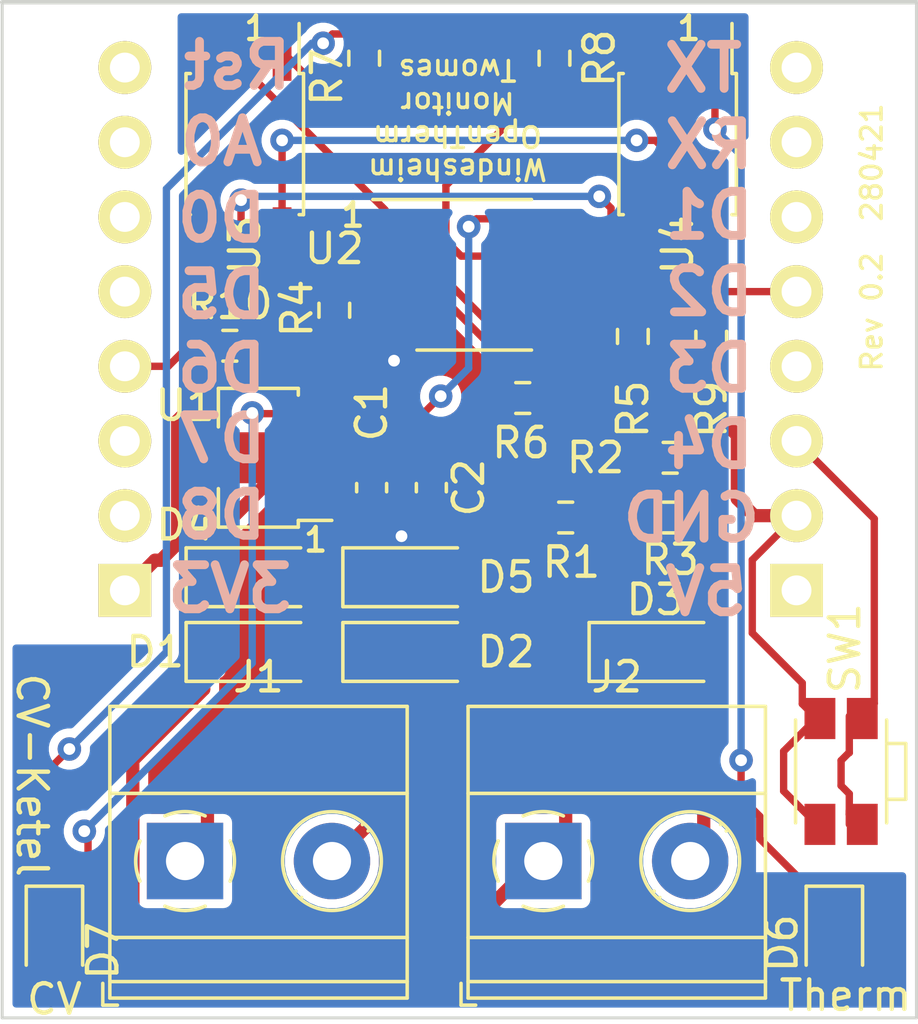
<source format=kicad_pcb>
(kicad_pcb (version 20171130) (host pcbnew "(5.1.9)-1")

  (general
    (thickness 1.6)
    (drawings 29)
    (tracks 234)
    (zones 0)
    (modules 28)
    (nets 32)
  )

  (page A4)
  (layers
    (0 F.Cu signal)
    (31 B.Cu signal)
    (32 B.Adhes user hide)
    (33 F.Adhes user hide)
    (34 B.Paste user)
    (35 F.Paste user)
    (36 B.SilkS user)
    (37 F.SilkS user)
    (38 B.Mask user)
    (39 F.Mask user)
    (40 Dwgs.User user)
    (41 Cmts.User user)
    (42 Eco1.User user)
    (43 Eco2.User user)
    (44 Edge.Cuts user)
    (45 Margin user)
    (46 B.CrtYd user hide)
    (47 F.CrtYd user hide)
    (48 B.Fab user hide)
    (49 F.Fab user hide)
  )

  (setup
    (last_trace_width 0.25)
    (user_trace_width 0.25)
    (user_trace_width 0.45)
    (user_trace_width 1)
    (trace_clearance 0.25)
    (zone_clearance 0.3)
    (zone_45_only yes)
    (trace_min 0.2)
    (via_size 0.8)
    (via_drill 0.4)
    (via_min_size 0.4)
    (via_min_drill 0.3)
    (uvia_size 0.3)
    (uvia_drill 0.1)
    (uvias_allowed no)
    (uvia_min_size 0.2)
    (uvia_min_drill 0.1)
    (edge_width 0.15)
    (segment_width 0.2)
    (pcb_text_width 0.3)
    (pcb_text_size 1.5 1.5)
    (mod_edge_width 0.15)
    (mod_text_size 1 1)
    (mod_text_width 0.15)
    (pad_size 0.8 0.8)
    (pad_drill 0.8)
    (pad_to_mask_clearance 0.06)
    (solder_mask_min_width 0.25)
    (aux_axis_origin 0 0)
    (visible_elements 7FFFFFFF)
    (pcbplotparams
      (layerselection 0x010fc_ffffffff)
      (usegerberextensions false)
      (usegerberattributes true)
      (usegerberadvancedattributes true)
      (creategerberjobfile true)
      (excludeedgelayer true)
      (linewidth 0.100000)
      (plotframeref false)
      (viasonmask false)
      (mode 1)
      (useauxorigin false)
      (hpglpennumber 1)
      (hpglpenspeed 20)
      (hpglpendiameter 15.000000)
      (psnegative false)
      (psa4output false)
      (plotreference true)
      (plotvalue true)
      (plotinvisibletext false)
      (padsonsilk false)
      (subtractmaskfromsilk false)
      (outputformat 1)
      (mirror false)
      (drillshape 0)
      (scaleselection 1)
      (outputdirectory "./plots"))
  )

  (net 0 "")
  (net 1 /+5V)
  (net 2 /D4)
  (net 3 /D3)
  (net 4 /D2)
  (net 5 /D1)
  (net 6 /RX)
  (net 7 /TX)
  (net 8 /D8)
  (net 9 /D7)
  (net 10 /D6)
  (net 11 /D5)
  (net 12 /D0)
  (net 13 /A0)
  (net 14 /RST)
  (net 15 GND1)
  (net 16 VDC)
  (net 17 "Net-(D1-Pad2)")
  (net 18 "Net-(D3-Pad2)")
  (net 19 "Net-(D4-Pad2)")
  (net 20 "Net-(D6-Pad1)")
  (net 21 "Net-(D7-Pad1)")
  (net 22 GND)
  (net 23 VCC)
  (net 24 "Net-(R2-Pad2)")
  (net 25 "Net-(R4-Pad1)")
  (net 26 "Net-(R5-Pad2)")
  (net 27 "Net-(R7-Pad1)")
  (net 28 "Net-(R8-Pad1)")
  (net 29 /5V)
  (net 30 "Net-(U2-Pad1)")
  (net 31 "Net-(R8-Pad2)")

  (net_class Default "This is the default net class."
    (clearance 0.25)
    (trace_width 0.25)
    (via_dia 0.8)
    (via_drill 0.4)
    (uvia_dia 0.3)
    (uvia_drill 0.1)
    (add_net /A0)
    (add_net /D0)
    (add_net /D1)
    (add_net /D2)
    (add_net /D3)
    (add_net /D4)
    (add_net /D5)
    (add_net /D6)
    (add_net /D7)
    (add_net /D8)
    (add_net /RST)
    (add_net /RX)
    (add_net /TX)
    (add_net "Net-(D1-Pad2)")
    (add_net "Net-(D3-Pad2)")
    (add_net "Net-(D4-Pad2)")
    (add_net "Net-(D6-Pad1)")
    (add_net "Net-(D7-Pad1)")
    (add_net "Net-(R2-Pad2)")
    (add_net "Net-(R4-Pad1)")
    (add_net "Net-(R5-Pad2)")
    (add_net "Net-(R7-Pad1)")
    (add_net "Net-(R8-Pad1)")
    (add_net "Net-(R8-Pad2)")
    (add_net "Net-(U2-Pad1)")
  )

  (net_class Power ""
    (clearance 0.25)
    (trace_width 0.45)
    (via_dia 0.8)
    (via_drill 0.4)
    (uvia_dia 0.3)
    (uvia_drill 0.1)
    (add_net /+5V)
    (add_net /5V)
    (add_net GND)
    (add_net GND1)
    (add_net VCC)
    (add_net VDC)
  )

  (module Button_Switch_SMD:SW_SPST_EVQP7C (layer F.Cu) (tedit 60895A2C) (tstamp 6088A89D)
    (at 151.8666 109.728 90)
    (descr "Light Touch Switch")
    (path /6089D462)
    (attr smd)
    (fp_text reference SW1 (at 4.191 0.127 90) (layer F.SilkS)
      (effects (font (size 1 1) (thickness 0.15)))
    )
    (fp_text value SW_Push (at 0 3.25 90) (layer F.Fab)
      (effects (font (size 1 1) (thickness 0.15)))
    )
    (fp_line (start -2.75 1.7) (end -2.75 -1.7) (layer F.CrtYd) (width 0.05))
    (fp_line (start 1.1 2.35) (end -1.1 2.35) (layer F.CrtYd) (width 0.05))
    (fp_line (start 2.75 -1.7) (end 2.75 1.7) (layer F.CrtYd) (width 0.05))
    (fp_line (start -2.75 -1.7) (end 2.75 -1.7) (layer F.CrtYd) (width 0.05))
    (fp_line (start 1.75 1.55) (end -1.75 1.55) (layer F.SilkS) (width 0.12))
    (fp_line (start -1.75 -1.55) (end 1.75 -1.55) (layer F.SilkS) (width 0.12))
    (fp_line (start 1.1 1.7) (end 1.1 2.35) (layer F.CrtYd) (width 0.05))
    (fp_line (start 2.75 1.7) (end 1.1 1.7) (layer F.CrtYd) (width 0.05))
    (fp_line (start -1.1 1.7) (end -2.75 1.7) (layer F.CrtYd) (width 0.05))
    (fp_line (start -1.1 2.35) (end -1.1 1.7) (layer F.CrtYd) (width 0.05))
    (fp_line (start -1.75 1.45) (end -1.75 -1.4) (layer F.Fab) (width 0.1))
    (fp_line (start 1.75 1.45) (end -1.75 1.45) (layer F.Fab) (width 0.1))
    (fp_line (start 1.75 -1.45) (end 1.75 1.45) (layer F.Fab) (width 0.1))
    (fp_line (start -1.75 -1.45) (end 1.75 -1.45) (layer F.Fab) (width 0.1))
    (fp_line (start -0.85 2.1) (end -0.85 1.45) (layer F.Fab) (width 0.1))
    (fp_line (start 0.85 2.1) (end 0.85 1.45) (layer F.Fab) (width 0.1))
    (fp_line (start -0.85 2.1) (end 0.85 2.1) (layer F.Fab) (width 0.1))
    (fp_line (start -0.95 2.2) (end -0.95 1.55) (layer F.SilkS) (width 0.12))
    (fp_line (start 0.95 2.2) (end -0.95 2.2) (layer F.SilkS) (width 0.12))
    (fp_line (start 0.95 1.55) (end 0.95 2.2) (layer F.SilkS) (width 0.12))
    (fp_text user %R (at 0 -2.5 90) (layer F.Fab)
      (effects (font (size 1 1) (thickness 0.15)))
    )
    (pad "" np_thru_hole circle (at 0 0.9 90) (size 0.8 0.8) (drill 0.8) (layers *.Cu *.Mask))
    (pad "" np_thru_hole circle (at 0 -0.9 90) (size 0.8 0.8) (drill 0.8) (layers *.Cu *.Mask))
    (pad 2 smd rect (at -1.8 0.72 90) (size 1.4 1.05) (layers F.Cu F.Paste F.Mask)
      (net 2 /D4))
    (pad 2 smd rect (at 1.8 0.72 90) (size 1.4 1.05) (layers F.Cu F.Paste F.Mask)
      (net 2 /D4))
    (pad 1 smd rect (at -1.8 -0.72 90) (size 1.4 1.05) (layers F.Cu F.Paste F.Mask)
      (net 22 GND))
    (pad 1 smd rect (at 1.8 -0.72 90) (size 1.4 1.05) (layers F.Cu F.Paste F.Mask)
      (net 22 GND))
    (model ${KISYS3DMOD}/Button_Switch_SMD.3dshapes/SW_SPST_EVQP7C.wrl
      (at (xyz 0 0 0))
      (scale (xyz 1 1 1))
      (rotate (xyz 0 0 0))
    )
  )

  (module TerminalBlock_Phoenix:TerminalBlock_Phoenix_MKDS-1,5-2_1x02_P5.00mm_Horizontal (layer F.Cu) (tedit 5B294EE5) (tstamp 6085B605)
    (at 141.732 112.776)
    (descr "Terminal Block Phoenix MKDS-1,5-2, 2 pins, pitch 5mm, size 10x9.8mm^2, drill diamater 1.3mm, pad diameter 2.6mm, see http://www.farnell.com/datasheets/100425.pdf, script-generated using https://github.com/pointhi/kicad-footprint-generator/scripts/TerminalBlock_Phoenix")
    (tags "THT Terminal Block Phoenix MKDS-1,5-2 pitch 5mm size 10x9.8mm^2 drill 1.3mm pad 2.6mm")
    (path /6085D8D0)
    (fp_text reference J2 (at 2.5 -6.26) (layer F.SilkS)
      (effects (font (size 1 1) (thickness 0.15)))
    )
    (fp_text value Therm (at 2.5 5.66) (layer F.Fab)
      (effects (font (size 1 1) (thickness 0.15)))
    )
    (fp_circle (center 0 0) (end 1.5 0) (layer F.Fab) (width 0.1))
    (fp_circle (center 5 0) (end 6.5 0) (layer F.Fab) (width 0.1))
    (fp_circle (center 5 0) (end 6.68 0) (layer F.SilkS) (width 0.12))
    (fp_line (start -2.5 -5.2) (end 7.5 -5.2) (layer F.Fab) (width 0.1))
    (fp_line (start 7.5 -5.2) (end 7.5 4.6) (layer F.Fab) (width 0.1))
    (fp_line (start 7.5 4.6) (end -2 4.6) (layer F.Fab) (width 0.1))
    (fp_line (start -2 4.6) (end -2.5 4.1) (layer F.Fab) (width 0.1))
    (fp_line (start -2.5 4.1) (end -2.5 -5.2) (layer F.Fab) (width 0.1))
    (fp_line (start -2.5 4.1) (end 7.5 4.1) (layer F.Fab) (width 0.1))
    (fp_line (start -2.56 4.1) (end 7.56 4.1) (layer F.SilkS) (width 0.12))
    (fp_line (start -2.5 2.6) (end 7.5 2.6) (layer F.Fab) (width 0.1))
    (fp_line (start -2.56 2.6) (end 7.56 2.6) (layer F.SilkS) (width 0.12))
    (fp_line (start -2.5 -2.3) (end 7.5 -2.3) (layer F.Fab) (width 0.1))
    (fp_line (start -2.56 -2.301) (end 7.56 -2.301) (layer F.SilkS) (width 0.12))
    (fp_line (start -2.56 -5.261) (end 7.56 -5.261) (layer F.SilkS) (width 0.12))
    (fp_line (start -2.56 4.66) (end 7.56 4.66) (layer F.SilkS) (width 0.12))
    (fp_line (start -2.56 -5.261) (end -2.56 4.66) (layer F.SilkS) (width 0.12))
    (fp_line (start 7.56 -5.261) (end 7.56 4.66) (layer F.SilkS) (width 0.12))
    (fp_line (start 1.138 -0.955) (end -0.955 1.138) (layer F.Fab) (width 0.1))
    (fp_line (start 0.955 -1.138) (end -1.138 0.955) (layer F.Fab) (width 0.1))
    (fp_line (start 6.138 -0.955) (end 4.046 1.138) (layer F.Fab) (width 0.1))
    (fp_line (start 5.955 -1.138) (end 3.863 0.955) (layer F.Fab) (width 0.1))
    (fp_line (start 6.275 -1.069) (end 6.228 -1.023) (layer F.SilkS) (width 0.12))
    (fp_line (start 3.966 1.239) (end 3.931 1.274) (layer F.SilkS) (width 0.12))
    (fp_line (start 6.07 -1.275) (end 6.035 -1.239) (layer F.SilkS) (width 0.12))
    (fp_line (start 3.773 1.023) (end 3.726 1.069) (layer F.SilkS) (width 0.12))
    (fp_line (start -2.8 4.16) (end -2.8 4.9) (layer F.SilkS) (width 0.12))
    (fp_line (start -2.8 4.9) (end -2.3 4.9) (layer F.SilkS) (width 0.12))
    (fp_line (start -3 -5.71) (end -3 5.1) (layer F.CrtYd) (width 0.05))
    (fp_line (start -3 5.1) (end 8 5.1) (layer F.CrtYd) (width 0.05))
    (fp_line (start 8 5.1) (end 8 -5.71) (layer F.CrtYd) (width 0.05))
    (fp_line (start 8 -5.71) (end -3 -5.71) (layer F.CrtYd) (width 0.05))
    (fp_arc (start 0 0) (end 0 1.68) (angle -24) (layer F.SilkS) (width 0.12))
    (fp_arc (start 0 0) (end 1.535 0.684) (angle -48) (layer F.SilkS) (width 0.12))
    (fp_arc (start 0 0) (end 0.684 -1.535) (angle -48) (layer F.SilkS) (width 0.12))
    (fp_arc (start 0 0) (end -1.535 -0.684) (angle -48) (layer F.SilkS) (width 0.12))
    (fp_arc (start 0 0) (end -0.684 1.535) (angle -25) (layer F.SilkS) (width 0.12))
    (fp_text user %R (at 2.5 3.2) (layer F.Fab)
      (effects (font (size 1 1) (thickness 0.15)))
    )
    (pad 1 thru_hole rect (at 0 0) (size 2.6 2.6) (drill 1.3) (layers *.Cu *.Mask)
      (net 16 VDC))
    (pad 2 thru_hole circle (at 5 0) (size 2.6 2.6) (drill 1.3) (layers *.Cu *.Mask)
      (net 18 "Net-(D3-Pad2)"))
    (model ${KISYS3DMOD}/TerminalBlock_Phoenix.3dshapes/TerminalBlock_Phoenix_MKDS-1,5-2_1x02_P5.00mm_Horizontal.wrl
      (at (xyz 0 0 0))
      (scale (xyz 1 1 1))
      (rotate (xyz 0 0 0))
    )
  )

  (module TerminalBlock_Phoenix:TerminalBlock_Phoenix_MKDS-1,5-2_1x02_P5.00mm_Horizontal (layer F.Cu) (tedit 5B294EE5) (tstamp 6085B5D9)
    (at 129.54 112.776)
    (descr "Terminal Block Phoenix MKDS-1,5-2, 2 pins, pitch 5mm, size 10x9.8mm^2, drill diamater 1.3mm, pad diameter 2.6mm, see http://www.farnell.com/datasheets/100425.pdf, script-generated using https://github.com/pointhi/kicad-footprint-generator/scripts/TerminalBlock_Phoenix")
    (tags "THT Terminal Block Phoenix MKDS-1,5-2 pitch 5mm size 10x9.8mm^2 drill 1.3mm pad 2.6mm")
    (path /6085C5BB)
    (fp_text reference J1 (at 2.5 -6.26) (layer F.SilkS)
      (effects (font (size 1 1) (thickness 0.15)))
    )
    (fp_text value Boiler (at 2.5 5.66) (layer F.Fab)
      (effects (font (size 1 1) (thickness 0.15)))
    )
    (fp_line (start 8 -5.71) (end -3 -5.71) (layer F.CrtYd) (width 0.05))
    (fp_line (start 8 5.1) (end 8 -5.71) (layer F.CrtYd) (width 0.05))
    (fp_line (start -3 5.1) (end 8 5.1) (layer F.CrtYd) (width 0.05))
    (fp_line (start -3 -5.71) (end -3 5.1) (layer F.CrtYd) (width 0.05))
    (fp_line (start -2.8 4.9) (end -2.3 4.9) (layer F.SilkS) (width 0.12))
    (fp_line (start -2.8 4.16) (end -2.8 4.9) (layer F.SilkS) (width 0.12))
    (fp_line (start 3.773 1.023) (end 3.726 1.069) (layer F.SilkS) (width 0.12))
    (fp_line (start 6.07 -1.275) (end 6.035 -1.239) (layer F.SilkS) (width 0.12))
    (fp_line (start 3.966 1.239) (end 3.931 1.274) (layer F.SilkS) (width 0.12))
    (fp_line (start 6.275 -1.069) (end 6.228 -1.023) (layer F.SilkS) (width 0.12))
    (fp_line (start 5.955 -1.138) (end 3.863 0.955) (layer F.Fab) (width 0.1))
    (fp_line (start 6.138 -0.955) (end 4.046 1.138) (layer F.Fab) (width 0.1))
    (fp_line (start 0.955 -1.138) (end -1.138 0.955) (layer F.Fab) (width 0.1))
    (fp_line (start 1.138 -0.955) (end -0.955 1.138) (layer F.Fab) (width 0.1))
    (fp_line (start 7.56 -5.261) (end 7.56 4.66) (layer F.SilkS) (width 0.12))
    (fp_line (start -2.56 -5.261) (end -2.56 4.66) (layer F.SilkS) (width 0.12))
    (fp_line (start -2.56 4.66) (end 7.56 4.66) (layer F.SilkS) (width 0.12))
    (fp_line (start -2.56 -5.261) (end 7.56 -5.261) (layer F.SilkS) (width 0.12))
    (fp_line (start -2.56 -2.301) (end 7.56 -2.301) (layer F.SilkS) (width 0.12))
    (fp_line (start -2.5 -2.3) (end 7.5 -2.3) (layer F.Fab) (width 0.1))
    (fp_line (start -2.56 2.6) (end 7.56 2.6) (layer F.SilkS) (width 0.12))
    (fp_line (start -2.5 2.6) (end 7.5 2.6) (layer F.Fab) (width 0.1))
    (fp_line (start -2.56 4.1) (end 7.56 4.1) (layer F.SilkS) (width 0.12))
    (fp_line (start -2.5 4.1) (end 7.5 4.1) (layer F.Fab) (width 0.1))
    (fp_line (start -2.5 4.1) (end -2.5 -5.2) (layer F.Fab) (width 0.1))
    (fp_line (start -2 4.6) (end -2.5 4.1) (layer F.Fab) (width 0.1))
    (fp_line (start 7.5 4.6) (end -2 4.6) (layer F.Fab) (width 0.1))
    (fp_line (start 7.5 -5.2) (end 7.5 4.6) (layer F.Fab) (width 0.1))
    (fp_line (start -2.5 -5.2) (end 7.5 -5.2) (layer F.Fab) (width 0.1))
    (fp_circle (center 5 0) (end 6.68 0) (layer F.SilkS) (width 0.12))
    (fp_circle (center 5 0) (end 6.5 0) (layer F.Fab) (width 0.1))
    (fp_circle (center 0 0) (end 1.5 0) (layer F.Fab) (width 0.1))
    (fp_text user %R (at 2.5 3.2) (layer F.Fab)
      (effects (font (size 1 1) (thickness 0.15)))
    )
    (fp_arc (start 0 0) (end -0.684 1.535) (angle -25) (layer F.SilkS) (width 0.12))
    (fp_arc (start 0 0) (end -1.535 -0.684) (angle -48) (layer F.SilkS) (width 0.12))
    (fp_arc (start 0 0) (end 0.684 -1.535) (angle -48) (layer F.SilkS) (width 0.12))
    (fp_arc (start 0 0) (end 1.535 0.684) (angle -48) (layer F.SilkS) (width 0.12))
    (fp_arc (start 0 0) (end 0 1.68) (angle -24) (layer F.SilkS) (width 0.12))
    (pad 2 thru_hole circle (at 5 0) (size 2.6 2.6) (drill 1.3) (layers *.Cu *.Mask)
      (net 19 "Net-(D4-Pad2)"))
    (pad 1 thru_hole rect (at 0 0) (size 2.6 2.6) (drill 1.3) (layers *.Cu *.Mask)
      (net 17 "Net-(D1-Pad2)"))
    (model ${KISYS3DMOD}/TerminalBlock_Phoenix.3dshapes/TerminalBlock_Phoenix_MKDS-1,5-2_1x02_P5.00mm_Horizontal.wrl
      (at (xyz 0 0 0))
      (scale (xyz 1 1 1))
      (rotate (xyz 0 0 0))
    )
  )

  (module Diode_SMD:D_SOD-123 (layer F.Cu) (tedit 58645DC7) (tstamp 6086521E)
    (at 137.16 103.124)
    (descr SOD-123)
    (tags SOD-123)
    (path /6097F550)
    (attr smd)
    (fp_text reference D5 (at 3.302 0) (layer F.SilkS)
      (effects (font (size 1 1) (thickness 0.15)))
    )
    (fp_text value B5819W (at 0 2.1) (layer F.Fab)
      (effects (font (size 1 1) (thickness 0.15)))
    )
    (fp_line (start -2.25 -1) (end -2.25 1) (layer F.SilkS) (width 0.12))
    (fp_line (start 0.25 0) (end 0.75 0) (layer F.Fab) (width 0.1))
    (fp_line (start 0.25 0.4) (end -0.35 0) (layer F.Fab) (width 0.1))
    (fp_line (start 0.25 -0.4) (end 0.25 0.4) (layer F.Fab) (width 0.1))
    (fp_line (start -0.35 0) (end 0.25 -0.4) (layer F.Fab) (width 0.1))
    (fp_line (start -0.35 0) (end -0.35 0.55) (layer F.Fab) (width 0.1))
    (fp_line (start -0.35 0) (end -0.35 -0.55) (layer F.Fab) (width 0.1))
    (fp_line (start -0.75 0) (end -0.35 0) (layer F.Fab) (width 0.1))
    (fp_line (start -1.4 0.9) (end -1.4 -0.9) (layer F.Fab) (width 0.1))
    (fp_line (start 1.4 0.9) (end -1.4 0.9) (layer F.Fab) (width 0.1))
    (fp_line (start 1.4 -0.9) (end 1.4 0.9) (layer F.Fab) (width 0.1))
    (fp_line (start -1.4 -0.9) (end 1.4 -0.9) (layer F.Fab) (width 0.1))
    (fp_line (start -2.35 -1.15) (end 2.35 -1.15) (layer F.CrtYd) (width 0.05))
    (fp_line (start 2.35 -1.15) (end 2.35 1.15) (layer F.CrtYd) (width 0.05))
    (fp_line (start 2.35 1.15) (end -2.35 1.15) (layer F.CrtYd) (width 0.05))
    (fp_line (start -2.35 -1.15) (end -2.35 1.15) (layer F.CrtYd) (width 0.05))
    (fp_line (start -2.25 1) (end 1.65 1) (layer F.SilkS) (width 0.12))
    (fp_line (start -2.25 -1) (end 1.65 -1) (layer F.SilkS) (width 0.12))
    (fp_text user %R (at 0 -2) (layer F.Fab)
      (effects (font (size 1 1) (thickness 0.15)))
    )
    (pad 2 smd rect (at 1.65 0) (size 0.9 1.2) (layers F.Cu F.Paste F.Mask)
      (net 15 GND1))
    (pad 1 smd rect (at -1.65 0) (size 0.9 1.2) (layers F.Cu F.Paste F.Mask)
      (net 19 "Net-(D4-Pad2)"))
    (model ${KISYS3DMOD}/Diode_SMD.3dshapes/D_SOD-123.wrl
      (at (xyz 0 0 0))
      (scale (xyz 1 1 1))
      (rotate (xyz 0 0 0))
    )
  )

  (module Diode_SMD:D_SOD-123 (layer F.Cu) (tedit 58645DC7) (tstamp 60865205)
    (at 131.826 103.124)
    (descr SOD-123)
    (tags SOD-123)
    (path /6097FA24)
    (attr smd)
    (fp_text reference D4 (at -2.286 -1.778) (layer F.SilkS)
      (effects (font (size 1 1) (thickness 0.15)))
    )
    (fp_text value B5819W (at 0 2.1 180) (layer F.Fab)
      (effects (font (size 1 1) (thickness 0.15)))
    )
    (fp_line (start -2.25 -1) (end -2.25 1) (layer F.SilkS) (width 0.12))
    (fp_line (start 0.25 0) (end 0.75 0) (layer F.Fab) (width 0.1))
    (fp_line (start 0.25 0.4) (end -0.35 0) (layer F.Fab) (width 0.1))
    (fp_line (start 0.25 -0.4) (end 0.25 0.4) (layer F.Fab) (width 0.1))
    (fp_line (start -0.35 0) (end 0.25 -0.4) (layer F.Fab) (width 0.1))
    (fp_line (start -0.35 0) (end -0.35 0.55) (layer F.Fab) (width 0.1))
    (fp_line (start -0.35 0) (end -0.35 -0.55) (layer F.Fab) (width 0.1))
    (fp_line (start -0.75 0) (end -0.35 0) (layer F.Fab) (width 0.1))
    (fp_line (start -1.4 0.9) (end -1.4 -0.9) (layer F.Fab) (width 0.1))
    (fp_line (start 1.4 0.9) (end -1.4 0.9) (layer F.Fab) (width 0.1))
    (fp_line (start 1.4 -0.9) (end 1.4 0.9) (layer F.Fab) (width 0.1))
    (fp_line (start -1.4 -0.9) (end 1.4 -0.9) (layer F.Fab) (width 0.1))
    (fp_line (start -2.35 -1.15) (end 2.35 -1.15) (layer F.CrtYd) (width 0.05))
    (fp_line (start 2.35 -1.15) (end 2.35 1.15) (layer F.CrtYd) (width 0.05))
    (fp_line (start 2.35 1.15) (end -2.35 1.15) (layer F.CrtYd) (width 0.05))
    (fp_line (start -2.35 -1.15) (end -2.35 1.15) (layer F.CrtYd) (width 0.05))
    (fp_line (start -2.25 1) (end 1.65 1) (layer F.SilkS) (width 0.12))
    (fp_line (start -2.25 -1) (end 1.65 -1) (layer F.SilkS) (width 0.12))
    (fp_text user %R (at 0 -2) (layer F.Fab)
      (effects (font (size 1 1) (thickness 0.15)))
    )
    (pad 2 smd rect (at 1.65 0) (size 0.9 1.2) (layers F.Cu F.Paste F.Mask)
      (net 19 "Net-(D4-Pad2)"))
    (pad 1 smd rect (at -1.65 0) (size 0.9 1.2) (layers F.Cu F.Paste F.Mask)
      (net 16 VDC))
    (model ${KISYS3DMOD}/Diode_SMD.3dshapes/D_SOD-123.wrl
      (at (xyz 0 0 0))
      (scale (xyz 1 1 1))
      (rotate (xyz 0 0 0))
    )
  )

  (module Diode_SMD:D_SOD-123 (layer F.Cu) (tedit 58645DC7) (tstamp 608651EC)
    (at 145.542 105.664)
    (descr SOD-123)
    (tags SOD-123)
    (path /60980029)
    (attr smd)
    (fp_text reference D3 (at 0 -1.778) (layer F.SilkS)
      (effects (font (size 1 1) (thickness 0.15)))
    )
    (fp_text value B5819W (at 0 2.1) (layer F.Fab)
      (effects (font (size 1 1) (thickness 0.15)))
    )
    (fp_line (start -2.25 -1) (end -2.25 1) (layer F.SilkS) (width 0.12))
    (fp_line (start 0.25 0) (end 0.75 0) (layer F.Fab) (width 0.1))
    (fp_line (start 0.25 0.4) (end -0.35 0) (layer F.Fab) (width 0.1))
    (fp_line (start 0.25 -0.4) (end 0.25 0.4) (layer F.Fab) (width 0.1))
    (fp_line (start -0.35 0) (end 0.25 -0.4) (layer F.Fab) (width 0.1))
    (fp_line (start -0.35 0) (end -0.35 0.55) (layer F.Fab) (width 0.1))
    (fp_line (start -0.35 0) (end -0.35 -0.55) (layer F.Fab) (width 0.1))
    (fp_line (start -0.75 0) (end -0.35 0) (layer F.Fab) (width 0.1))
    (fp_line (start -1.4 0.9) (end -1.4 -0.9) (layer F.Fab) (width 0.1))
    (fp_line (start 1.4 0.9) (end -1.4 0.9) (layer F.Fab) (width 0.1))
    (fp_line (start 1.4 -0.9) (end 1.4 0.9) (layer F.Fab) (width 0.1))
    (fp_line (start -1.4 -0.9) (end 1.4 -0.9) (layer F.Fab) (width 0.1))
    (fp_line (start -2.35 -1.15) (end 2.35 -1.15) (layer F.CrtYd) (width 0.05))
    (fp_line (start 2.35 -1.15) (end 2.35 1.15) (layer F.CrtYd) (width 0.05))
    (fp_line (start 2.35 1.15) (end -2.35 1.15) (layer F.CrtYd) (width 0.05))
    (fp_line (start -2.35 -1.15) (end -2.35 1.15) (layer F.CrtYd) (width 0.05))
    (fp_line (start -2.25 1) (end 1.65 1) (layer F.SilkS) (width 0.12))
    (fp_line (start -2.25 -1) (end 1.65 -1) (layer F.SilkS) (width 0.12))
    (fp_text user %R (at 0 -2) (layer F.Fab)
      (effects (font (size 1 1) (thickness 0.15)))
    )
    (pad 2 smd rect (at 1.65 0) (size 0.9 1.2) (layers F.Cu F.Paste F.Mask)
      (net 18 "Net-(D3-Pad2)"))
    (pad 1 smd rect (at -1.65 0) (size 0.9 1.2) (layers F.Cu F.Paste F.Mask)
      (net 16 VDC))
    (model ${KISYS3DMOD}/Diode_SMD.3dshapes/D_SOD-123.wrl
      (at (xyz 0 0 0))
      (scale (xyz 1 1 1))
      (rotate (xyz 0 0 0))
    )
  )

  (module Diode_SMD:D_SOD-123 (layer F.Cu) (tedit 58645DC7) (tstamp 608651D3)
    (at 137.16 105.664)
    (descr SOD-123)
    (tags SOD-123)
    (path /6097E6D2)
    (attr smd)
    (fp_text reference D2 (at 3.302 0) (layer F.SilkS)
      (effects (font (size 1 1) (thickness 0.15)))
    )
    (fp_text value B5819W (at 0 2.1) (layer F.Fab) hide
      (effects (font (size 1 1) (thickness 0.15)))
    )
    (fp_line (start -2.25 -1) (end -2.25 1) (layer F.SilkS) (width 0.12))
    (fp_line (start 0.25 0) (end 0.75 0) (layer F.Fab) (width 0.1))
    (fp_line (start 0.25 0.4) (end -0.35 0) (layer F.Fab) (width 0.1))
    (fp_line (start 0.25 -0.4) (end 0.25 0.4) (layer F.Fab) (width 0.1))
    (fp_line (start -0.35 0) (end 0.25 -0.4) (layer F.Fab) (width 0.1))
    (fp_line (start -0.35 0) (end -0.35 0.55) (layer F.Fab) (width 0.1))
    (fp_line (start -0.35 0) (end -0.35 -0.55) (layer F.Fab) (width 0.1))
    (fp_line (start -0.75 0) (end -0.35 0) (layer F.Fab) (width 0.1))
    (fp_line (start -1.4 0.9) (end -1.4 -0.9) (layer F.Fab) (width 0.1))
    (fp_line (start 1.4 0.9) (end -1.4 0.9) (layer F.Fab) (width 0.1))
    (fp_line (start 1.4 -0.9) (end 1.4 0.9) (layer F.Fab) (width 0.1))
    (fp_line (start -1.4 -0.9) (end 1.4 -0.9) (layer F.Fab) (width 0.1))
    (fp_line (start -2.35 -1.15) (end 2.35 -1.15) (layer F.CrtYd) (width 0.05))
    (fp_line (start 2.35 -1.15) (end 2.35 1.15) (layer F.CrtYd) (width 0.05))
    (fp_line (start 2.35 1.15) (end -2.35 1.15) (layer F.CrtYd) (width 0.05))
    (fp_line (start -2.35 -1.15) (end -2.35 1.15) (layer F.CrtYd) (width 0.05))
    (fp_line (start -2.25 1) (end 1.65 1) (layer F.SilkS) (width 0.12))
    (fp_line (start -2.25 -1) (end 1.65 -1) (layer F.SilkS) (width 0.12))
    (fp_text user %R (at 0 1.524) (layer F.Fab)
      (effects (font (size 1 1) (thickness 0.15)))
    )
    (pad 2 smd rect (at 1.65 0) (size 0.9 1.2) (layers F.Cu F.Paste F.Mask)
      (net 15 GND1))
    (pad 1 smd rect (at -1.65 0) (size 0.9 1.2) (layers F.Cu F.Paste F.Mask)
      (net 17 "Net-(D1-Pad2)"))
    (model ${KISYS3DMOD}/Diode_SMD.3dshapes/D_SOD-123.wrl
      (at (xyz 0 0 0))
      (scale (xyz 1 1 1))
      (rotate (xyz 0 0 0))
    )
  )

  (module Diode_SMD:D_SOD-123 (layer F.Cu) (tedit 58645DC7) (tstamp 6085B527)
    (at 131.826 105.664)
    (descr SOD-123)
    (tags SOD-123)
    (path /6084B6A2)
    (attr smd)
    (fp_text reference D1 (at -3.302 0) (layer F.SilkS)
      (effects (font (size 1 1) (thickness 0.15)))
    )
    (fp_text value B5819W (at 0 2.1) (layer F.Fab)
      (effects (font (size 1 1) (thickness 0.15)))
    )
    (fp_line (start -2.25 -1) (end -2.25 1) (layer F.SilkS) (width 0.12))
    (fp_line (start 0.25 0) (end 0.75 0) (layer F.Fab) (width 0.1))
    (fp_line (start 0.25 0.4) (end -0.35 0) (layer F.Fab) (width 0.1))
    (fp_line (start 0.25 -0.4) (end 0.25 0.4) (layer F.Fab) (width 0.1))
    (fp_line (start -0.35 0) (end 0.25 -0.4) (layer F.Fab) (width 0.1))
    (fp_line (start -0.35 0) (end -0.35 0.55) (layer F.Fab) (width 0.1))
    (fp_line (start -0.35 0) (end -0.35 -0.55) (layer F.Fab) (width 0.1))
    (fp_line (start -0.75 0) (end -0.35 0) (layer F.Fab) (width 0.1))
    (fp_line (start -1.4 0.9) (end -1.4 -0.9) (layer F.Fab) (width 0.1))
    (fp_line (start 1.4 0.9) (end -1.4 0.9) (layer F.Fab) (width 0.1))
    (fp_line (start 1.4 -0.9) (end 1.4 0.9) (layer F.Fab) (width 0.1))
    (fp_line (start -1.4 -0.9) (end 1.4 -0.9) (layer F.Fab) (width 0.1))
    (fp_line (start -2.35 -1.15) (end 2.35 -1.15) (layer F.CrtYd) (width 0.05))
    (fp_line (start 2.35 -1.15) (end 2.35 1.15) (layer F.CrtYd) (width 0.05))
    (fp_line (start 2.35 1.15) (end -2.35 1.15) (layer F.CrtYd) (width 0.05))
    (fp_line (start -2.35 -1.15) (end -2.35 1.15) (layer F.CrtYd) (width 0.05))
    (fp_line (start -2.25 1) (end 1.65 1) (layer F.SilkS) (width 0.12))
    (fp_line (start -2.25 -1) (end 1.65 -1) (layer F.SilkS) (width 0.12))
    (fp_text user %R (at 0 1.778) (layer F.Fab)
      (effects (font (size 1 1) (thickness 0.15)))
    )
    (pad 2 smd rect (at 1.65 0) (size 0.9 1.2) (layers F.Cu F.Paste F.Mask)
      (net 17 "Net-(D1-Pad2)"))
    (pad 1 smd rect (at -1.65 0) (size 0.9 1.2) (layers F.Cu F.Paste F.Mask)
      (net 16 VDC))
    (model ${KISYS3DMOD}/Diode_SMD.3dshapes/D_SOD-123.wrl
      (at (xyz 0 0 0))
      (scale (xyz 1 1 1))
      (rotate (xyz 0 0 0))
    )
  )

  (module D1_mini:D1_mini_Pin_Header (layer F.Cu) (tedit 5766ABD3) (tstamp 5766A941)
    (at 127.49 103.569 180)
    (descr "Through hole pin header")
    (tags "pin header")
    (path /5763EBF2)
    (fp_text reference P2 (at 0.744 -2.603 180) (layer F.SilkS) hide
      (effects (font (size 1 1) (thickness 0.15)))
    )
    (fp_text value CONN_01X08 (at 0 -3.1 180) (layer F.Fab) hide
      (effects (font (size 1 1) (thickness 0.15)))
    )
    (fp_line (start -1.75 19.55) (end 1.75 19.55) (layer F.CrtYd) (width 0.05))
    (fp_line (start -1.75 -1.75) (end 1.75 -1.75) (layer F.CrtYd) (width 0.05))
    (fp_line (start 1.75 -1.75) (end 1.75 19.55) (layer F.CrtYd) (width 0.05))
    (fp_line (start -1.75 -1.75) (end -1.75 19.55) (layer F.CrtYd) (width 0.05))
    (pad 1 thru_hole rect (at 0 0 180) (size 1.8 1.8) (drill 1.016) (layers *.Cu *.Mask F.SilkS)
      (net 23 VCC))
    (pad 2 thru_hole oval (at 0 2.54 180) (size 1.8 1.8) (drill 1.016) (layers *.Cu *.Mask F.SilkS)
      (net 8 /D8))
    (pad 3 thru_hole oval (at 0 5.08 180) (size 1.8 1.8) (drill 1.016) (layers *.Cu *.Mask F.SilkS)
      (net 9 /D7))
    (pad 4 thru_hole oval (at 0 7.62 180) (size 1.8 1.8) (drill 1.016) (layers *.Cu *.Mask F.SilkS)
      (net 10 /D6))
    (pad 5 thru_hole oval (at 0 10.16 180) (size 1.8 1.8) (drill 1.016) (layers *.Cu *.Mask F.SilkS)
      (net 11 /D5))
    (pad 6 thru_hole oval (at 0 12.7 180) (size 1.8 1.8) (drill 1.016) (layers *.Cu *.Mask F.SilkS)
      (net 12 /D0))
    (pad 7 thru_hole oval (at 0 15.24 180) (size 1.8 1.8) (drill 1.016) (layers *.Cu *.Mask F.SilkS)
      (net 13 /A0))
    (pad 8 thru_hole oval (at 0 17.78 180) (size 1.8 1.8) (drill 1.016) (layers *.Cu *.Mask F.SilkS)
      (net 14 /RST))
    (model Pin_Headers.3dshapes/Pin_Header_Straight_1x08.wrl
      (offset (xyz 0 -8.889999866485596 0))
      (scale (xyz 1 1 1))
      (rotate (xyz 0 0 90))
    )
  )

  (module Package_SO:SO-4_4.4x3.6mm_P2.54mm (layer F.Cu) (tedit 5B1E4C51) (tstamp 6085F5D3)
    (at 146.304 88.392 270)
    (descr "4-Lead Plastic Small Outline (SO), see https://www.elpro.org/de/index.php?controller=attachment&id_attachment=339")
    (tags "SO SOIC 2.54")
    (path /6095E4F5)
    (attr smd)
    (fp_text reference U4 (at 3.429 0 90) (layer F.SilkS)
      (effects (font (size 1 1) (thickness 0.15)))
    )
    (fp_text value "EL357N(C)" (at 0 2.8 90) (layer F.Fab)
      (effects (font (size 1 1) (thickness 0.15)))
    )
    (fp_line (start 4.4 2.05) (end -4.4 2.05) (layer F.CrtYd) (width 0.05))
    (fp_line (start 4.4 2.05) (end 4.4 -2.05) (layer F.CrtYd) (width 0.05))
    (fp_line (start -4.4 -2.05) (end -4.4 2.05) (layer F.CrtYd) (width 0.05))
    (fp_line (start -4.4 -2.05) (end 4.4 -2.05) (layer F.CrtYd) (width 0.05))
    (fp_line (start -1.4 -1.8) (end 2.2 -1.8) (layer F.Fab) (width 0.12))
    (fp_line (start -2.2 -1) (end -1.4 -1.8) (layer F.Fab) (width 0.12))
    (fp_line (start -2.2 1.8) (end -2.2 -1) (layer F.Fab) (width 0.12))
    (fp_line (start 2.2 1.8) (end -2.2 1.8) (layer F.Fab) (width 0.12))
    (fp_line (start 2.2 -1.8) (end 2.2 1.8) (layer F.Fab) (width 0.12))
    (fp_line (start 2.4 -2) (end 2.4 -1.85) (layer F.SilkS) (width 0.12))
    (fp_line (start -2.4 -2) (end 2.4 -2) (layer F.SilkS) (width 0.12))
    (fp_line (start -2.4 -1.85) (end -2.4 -2) (layer F.SilkS) (width 0.12))
    (fp_line (start -2.4 2) (end -2.4 1.85) (layer F.SilkS) (width 0.12))
    (fp_line (start 2.4 2) (end -2.4 2) (layer F.SilkS) (width 0.12))
    (fp_line (start 2.4 1.85) (end 2.4 2) (layer F.SilkS) (width 0.12))
    (fp_line (start -2.4 -1.85) (end -4.1 -1.85) (layer F.SilkS) (width 0.12))
    (fp_text user %R (at 0 -0.065 90) (layer F.Fab)
      (effects (font (size 1 1) (thickness 0.15)))
    )
    (pad 1 smd rect (at -3.15 -1.27 270) (size 2 0.64) (layers F.Cu F.Paste F.Mask)
      (net 20 "Net-(D6-Pad1)"))
    (pad 2 smd rect (at -3.15 1.27 270) (size 2 0.64) (layers F.Cu F.Paste F.Mask)
      (net 31 "Net-(R8-Pad2)"))
    (pad 3 smd rect (at 3.15 1.27 270) (size 2 0.64) (layers F.Cu F.Paste F.Mask)
      (net 4 /D2))
    (pad 4 smd rect (at 3.15 -1.27 270) (size 2 0.64) (layers F.Cu F.Paste F.Mask)
      (net 23 VCC))
    (model ${KISYS3DMOD}/Package_SO.3dshapes/SO-4_4.4x3.6mm_P2.54mm.wrl
      (at (xyz 0 0 0))
      (scale (xyz 1 1 1))
      (rotate (xyz 0 0 0))
    )
  )

  (module Package_SO:SO-4_4.4x3.6mm_P2.54mm (layer F.Cu) (tedit 5B1E4C51) (tstamp 6085B738)
    (at 131.572 88.392 270)
    (descr "4-Lead Plastic Small Outline (SO), see https://www.elpro.org/de/index.php?controller=attachment&id_attachment=339")
    (tags "SO SOIC 2.54")
    (path /60836180)
    (attr smd)
    (fp_text reference U3 (at 3.429 0 90) (layer F.SilkS)
      (effects (font (size 1 1) (thickness 0.15)))
    )
    (fp_text value "EL357N(C)" (at 0 2.8 90) (layer F.Fab)
      (effects (font (size 1 1) (thickness 0.15)))
    )
    (fp_line (start -2.4 -1.85) (end -4.1 -1.85) (layer F.SilkS) (width 0.12))
    (fp_line (start 2.4 1.85) (end 2.4 2) (layer F.SilkS) (width 0.12))
    (fp_line (start 2.4 2) (end -2.4 2) (layer F.SilkS) (width 0.12))
    (fp_line (start -2.4 2) (end -2.4 1.85) (layer F.SilkS) (width 0.12))
    (fp_line (start -2.4 -1.85) (end -2.4 -2) (layer F.SilkS) (width 0.12))
    (fp_line (start -2.4 -2) (end 2.4 -2) (layer F.SilkS) (width 0.12))
    (fp_line (start 2.4 -2) (end 2.4 -1.85) (layer F.SilkS) (width 0.12))
    (fp_line (start 2.2 -1.8) (end 2.2 1.8) (layer F.Fab) (width 0.12))
    (fp_line (start 2.2 1.8) (end -2.2 1.8) (layer F.Fab) (width 0.12))
    (fp_line (start -2.2 1.8) (end -2.2 -1) (layer F.Fab) (width 0.12))
    (fp_line (start -2.2 -1) (end -1.4 -1.8) (layer F.Fab) (width 0.12))
    (fp_line (start -1.4 -1.8) (end 2.2 -1.8) (layer F.Fab) (width 0.12))
    (fp_line (start -4.4 -2.05) (end 4.4 -2.05) (layer F.CrtYd) (width 0.05))
    (fp_line (start -4.4 -2.05) (end -4.4 2.05) (layer F.CrtYd) (width 0.05))
    (fp_line (start 4.4 2.05) (end 4.4 -2.05) (layer F.CrtYd) (width 0.05))
    (fp_line (start 4.4 2.05) (end -4.4 2.05) (layer F.CrtYd) (width 0.05))
    (fp_text user %R (at 0 -0.065 90) (layer F.Fab)
      (effects (font (size 1 1) (thickness 0.15)))
    )
    (pad 4 smd rect (at 3.15 -1.27 270) (size 2 0.64) (layers F.Cu F.Paste F.Mask)
      (net 23 VCC))
    (pad 3 smd rect (at 3.15 1.27 270) (size 2 0.64) (layers F.Cu F.Paste F.Mask)
      (net 10 /D6))
    (pad 2 smd rect (at -3.15 1.27 270) (size 2 0.64) (layers F.Cu F.Paste F.Mask)
      (net 30 "Net-(U2-Pad1)"))
    (pad 1 smd rect (at -3.15 -1.27 270) (size 2 0.64) (layers F.Cu F.Paste F.Mask)
      (net 27 "Net-(R7-Pad1)"))
    (model ${KISYS3DMOD}/Package_SO.3dshapes/SO-4_4.4x3.6mm_P2.54mm.wrl
      (at (xyz 0 0 0))
      (scale (xyz 1 1 1))
      (rotate (xyz 0 0 0))
    )
  )

  (module Package_SO:SOIC-8_3.9x4.9mm_P1.27mm (layer F.Cu) (tedit 5D9F72B1) (tstamp 6085B71D)
    (at 139.381 92.837)
    (descr "SOIC, 8 Pin (JEDEC MS-012AA, https://www.analog.com/media/en/package-pcb-resources/package/pkg_pdf/soic_narrow-r/r_8.pdf), generated with kicad-footprint-generator ipc_gullwing_generator.py")
    (tags "SOIC SO")
    (path /60847841)
    (attr smd)
    (fp_text reference U2 (at -4.761 -0.889) (layer F.SilkS)
      (effects (font (size 1 1) (thickness 0.15)))
    )
    (fp_text value LM393DR2G (at 0 3.4) (layer F.Fab)
      (effects (font (size 1 1) (thickness 0.15)))
    )
    (fp_line (start 0 2.56) (end 1.95 2.56) (layer F.SilkS) (width 0.12))
    (fp_line (start 0 2.56) (end -1.95 2.56) (layer F.SilkS) (width 0.12))
    (fp_line (start 0 -2.56) (end 1.95 -2.56) (layer F.SilkS) (width 0.12))
    (fp_line (start 0 -2.56) (end -3.45 -2.56) (layer F.SilkS) (width 0.12))
    (fp_line (start -0.975 -2.45) (end 1.95 -2.45) (layer F.Fab) (width 0.1))
    (fp_line (start 1.95 -2.45) (end 1.95 2.45) (layer F.Fab) (width 0.1))
    (fp_line (start 1.95 2.45) (end -1.95 2.45) (layer F.Fab) (width 0.1))
    (fp_line (start -1.95 2.45) (end -1.95 -1.475) (layer F.Fab) (width 0.1))
    (fp_line (start -1.95 -1.475) (end -0.975 -2.45) (layer F.Fab) (width 0.1))
    (fp_line (start -3.7 -2.7) (end -3.7 2.7) (layer F.CrtYd) (width 0.05))
    (fp_line (start -3.7 2.7) (end 3.7 2.7) (layer F.CrtYd) (width 0.05))
    (fp_line (start 3.7 2.7) (end 3.7 -2.7) (layer F.CrtYd) (width 0.05))
    (fp_line (start 3.7 -2.7) (end -3.7 -2.7) (layer F.CrtYd) (width 0.05))
    (fp_text user %R (at 0 0) (layer F.Fab)
      (effects (font (size 0.98 0.98) (thickness 0.15)))
    )
    (pad 8 smd roundrect (at 2.475 -1.905) (size 1.95 0.6) (layers F.Cu F.Paste F.Mask) (roundrect_rratio 0.25)
      (net 29 /5V))
    (pad 7 smd roundrect (at 2.475 -0.635) (size 1.95 0.6) (layers F.Cu F.Paste F.Mask) (roundrect_rratio 0.25)
      (net 28 "Net-(R8-Pad1)"))
    (pad 6 smd roundrect (at 2.475 0.635) (size 1.95 0.6) (layers F.Cu F.Paste F.Mask) (roundrect_rratio 0.25)
      (net 24 "Net-(R2-Pad2)"))
    (pad 5 smd roundrect (at 2.475 1.905) (size 1.95 0.6) (layers F.Cu F.Paste F.Mask) (roundrect_rratio 0.25)
      (net 26 "Net-(R5-Pad2)"))
    (pad 4 smd roundrect (at -2.475 1.905) (size 1.95 0.6) (layers F.Cu F.Paste F.Mask) (roundrect_rratio 0.25)
      (net 15 GND1))
    (pad 3 smd roundrect (at -2.475 0.635) (size 1.95 0.6) (layers F.Cu F.Paste F.Mask) (roundrect_rratio 0.25)
      (net 25 "Net-(R4-Pad1)"))
    (pad 2 smd roundrect (at -2.475 -0.635) (size 1.95 0.6) (layers F.Cu F.Paste F.Mask) (roundrect_rratio 0.25)
      (net 18 "Net-(D3-Pad2)"))
    (pad 1 smd roundrect (at -2.475 -1.905) (size 1.95 0.6) (layers F.Cu F.Paste F.Mask) (roundrect_rratio 0.25)
      (net 30 "Net-(U2-Pad1)"))
    (model ${KISYS3DMOD}/Package_SO.3dshapes/SOIC-8_3.9x4.9mm_P1.27mm.wrl
      (at (xyz 0 0 0))
      (scale (xyz 1 1 1))
      (rotate (xyz 0 0 0))
    )
  )

  (module Package_TO_SOT_SMD:SOT-89-3 (layer F.Cu) (tedit 5C33D6E8) (tstamp 6085B703)
    (at 132.334 99.06 180)
    (descr "SOT-89-3, http://ww1.microchip.com/downloads/en/DeviceDoc/3L_SOT-89_MB_C04-029C.pdf")
    (tags SOT-89-3)
    (path /608468A3)
    (attr smd)
    (fp_text reference U1 (at 2.794 1.778) (layer F.SilkS)
      (effects (font (size 1 1) (thickness 0.15)))
    )
    (fp_text value HT7550-1 (at 0.3 3.5) (layer F.Fab)
      (effects (font (size 1 1) (thickness 0.15)))
    )
    (fp_line (start 1.66 1.05) (end 1.66 2.36) (layer F.SilkS) (width 0.12))
    (fp_line (start 1.66 2.36) (end -1.06 2.36) (layer F.SilkS) (width 0.12))
    (fp_line (start -2.2 -2.13) (end -1.06 -2.13) (layer F.SilkS) (width 0.12))
    (fp_line (start 1.66 -2.36) (end 1.66 -1.05) (layer F.SilkS) (width 0.12))
    (fp_line (start -0.95 -1.25) (end 0.05 -2.25) (layer F.Fab) (width 0.1))
    (fp_line (start 1.55 -2.25) (end 1.55 2.25) (layer F.Fab) (width 0.1))
    (fp_line (start 1.55 2.25) (end -0.95 2.25) (layer F.Fab) (width 0.1))
    (fp_line (start -0.95 2.25) (end -0.95 -1.25) (layer F.Fab) (width 0.1))
    (fp_line (start 0.05 -2.25) (end 1.55 -2.25) (layer F.Fab) (width 0.1))
    (fp_line (start 2.55 -2.5) (end 2.55 2.5) (layer F.CrtYd) (width 0.05))
    (fp_line (start 2.55 -2.5) (end -2.55 -2.5) (layer F.CrtYd) (width 0.05))
    (fp_line (start -2.55 2.5) (end 2.55 2.5) (layer F.CrtYd) (width 0.05))
    (fp_line (start -2.55 2.5) (end -2.55 -2.5) (layer F.CrtYd) (width 0.05))
    (fp_line (start -1.06 -2.36) (end 1.66 -2.36) (layer F.SilkS) (width 0.12))
    (fp_line (start -1.06 -2.36) (end -1.06 -2.13) (layer F.SilkS) (width 0.12))
    (fp_line (start -1.06 2.36) (end -1.06 2.13) (layer F.SilkS) (width 0.12))
    (fp_text user %R (at 0.5 0 90) (layer F.Fab)
      (effects (font (size 1 1) (thickness 0.15)))
    )
    (pad 2 smd custom (at -1.5625 0 180) (size 1.475 0.9) (layers F.Cu F.Paste F.Mask)
      (net 16 VDC) (zone_connect 2)
      (options (clearance outline) (anchor rect))
      (primitives
        (gr_poly (pts
           (xy 0.7375 -0.8665) (xy 3.8625 -0.8665) (xy 3.8625 0.8665) (xy 0.7375 0.8665)) (width 0))
      ))
    (pad 3 smd rect (at -1.65 1.5 180) (size 1.3 0.9) (layers F.Cu F.Paste F.Mask)
      (net 29 /5V))
    (pad 1 smd rect (at -1.65 -1.5 180) (size 1.3 0.9) (layers F.Cu F.Paste F.Mask)
      (net 15 GND1))
    (model ${KISYS3DMOD}/Package_TO_SOT_SMD.3dshapes/SOT-89-3.wrl
      (at (xyz 0 0 0))
      (scale (xyz 1 1 1))
      (rotate (xyz 0 0 0))
    )
  )

  (module Resistor_SMD:R_0603_1608Metric placed (layer F.Cu) (tedit 5F68FEEE) (tstamp 6085B6EB)
    (at 131.064 95.25)
    (descr "Resistor SMD 0603 (1608 Metric), square (rectangular) end terminal, IPC_7351 nominal, (Body size source: IPC-SM-782 page 72, https://www.pcb-3d.com/wordpress/wp-content/uploads/ipc-sm-782a_amendment_1_and_2.pdf), generated with kicad-footprint-generator")
    (tags resistor)
    (path /609700E2)
    (attr smd)
    (fp_text reference R10 (at 0 -1.43) (layer F.SilkS)
      (effects (font (size 1 1) (thickness 0.15)))
    )
    (fp_text value 10k (at 0 1.43) (layer F.Fab)
      (effects (font (size 1 1) (thickness 0.15)))
    )
    (fp_line (start -0.8 0.4125) (end -0.8 -0.4125) (layer F.Fab) (width 0.1))
    (fp_line (start -0.8 -0.4125) (end 0.8 -0.4125) (layer F.Fab) (width 0.1))
    (fp_line (start 0.8 -0.4125) (end 0.8 0.4125) (layer F.Fab) (width 0.1))
    (fp_line (start 0.8 0.4125) (end -0.8 0.4125) (layer F.Fab) (width 0.1))
    (fp_line (start -0.237258 -0.5225) (end 0.237258 -0.5225) (layer F.SilkS) (width 0.12))
    (fp_line (start -0.237258 0.5225) (end 0.237258 0.5225) (layer F.SilkS) (width 0.12))
    (fp_line (start -1.48 0.73) (end -1.48 -0.73) (layer F.CrtYd) (width 0.05))
    (fp_line (start -1.48 -0.73) (end 1.48 -0.73) (layer F.CrtYd) (width 0.05))
    (fp_line (start 1.48 -0.73) (end 1.48 0.73) (layer F.CrtYd) (width 0.05))
    (fp_line (start 1.48 0.73) (end -1.48 0.73) (layer F.CrtYd) (width 0.05))
    (fp_text user %R (at 0 0) (layer F.Fab)
      (effects (font (size 0.4 0.4) (thickness 0.06)))
    )
    (pad 2 smd roundrect (at 0.825 0) (size 0.8 0.95) (layers F.Cu F.Paste F.Mask) (roundrect_rratio 0.25)
      (net 22 GND))
    (pad 1 smd roundrect (at -0.825 0) (size 0.8 0.95) (layers F.Cu F.Paste F.Mask) (roundrect_rratio 0.25)
      (net 10 /D6))
    (model ${KISYS3DMOD}/Resistor_SMD.3dshapes/R_0603_1608Metric.wrl
      (at (xyz 0 0 0))
      (scale (xyz 1 1 1))
      (rotate (xyz 0 0 0))
    )
  )

  (module Resistor_SMD:R_0603_1608Metric placed (layer F.Cu) (tedit 5F68FEEE) (tstamp 6085B6DA)
    (at 147.447 94.996 270)
    (descr "Resistor SMD 0603 (1608 Metric), square (rectangular) end terminal, IPC_7351 nominal, (Body size source: IPC-SM-782 page 72, https://www.pcb-3d.com/wordpress/wp-content/uploads/ipc-sm-782a_amendment_1_and_2.pdf), generated with kicad-footprint-generator")
    (tags resistor)
    (path /6096F592)
    (attr smd)
    (fp_text reference R9 (at 2.413 0 90) (layer F.SilkS)
      (effects (font (size 1 1) (thickness 0.15)))
    )
    (fp_text value 10k (at 0 1.43 90) (layer F.Fab)
      (effects (font (size 1 1) (thickness 0.15)))
    )
    (fp_line (start -0.8 0.4125) (end -0.8 -0.4125) (layer F.Fab) (width 0.1))
    (fp_line (start -0.8 -0.4125) (end 0.8 -0.4125) (layer F.Fab) (width 0.1))
    (fp_line (start 0.8 -0.4125) (end 0.8 0.4125) (layer F.Fab) (width 0.1))
    (fp_line (start 0.8 0.4125) (end -0.8 0.4125) (layer F.Fab) (width 0.1))
    (fp_line (start -0.237258 -0.5225) (end 0.237258 -0.5225) (layer F.SilkS) (width 0.12))
    (fp_line (start -0.237258 0.5225) (end 0.237258 0.5225) (layer F.SilkS) (width 0.12))
    (fp_line (start -1.48 0.73) (end -1.48 -0.73) (layer F.CrtYd) (width 0.05))
    (fp_line (start -1.48 -0.73) (end 1.48 -0.73) (layer F.CrtYd) (width 0.05))
    (fp_line (start 1.48 -0.73) (end 1.48 0.73) (layer F.CrtYd) (width 0.05))
    (fp_line (start 1.48 0.73) (end -1.48 0.73) (layer F.CrtYd) (width 0.05))
    (fp_text user %R (at 0 0 90) (layer F.Fab)
      (effects (font (size 0.4 0.4) (thickness 0.06)))
    )
    (pad 2 smd roundrect (at 0.825 0 270) (size 0.8 0.95) (layers F.Cu F.Paste F.Mask) (roundrect_rratio 0.25)
      (net 22 GND))
    (pad 1 smd roundrect (at -0.825 0 270) (size 0.8 0.95) (layers F.Cu F.Paste F.Mask) (roundrect_rratio 0.25)
      (net 4 /D2))
    (model ${KISYS3DMOD}/Resistor_SMD.3dshapes/R_0603_1608Metric.wrl
      (at (xyz 0 0 0))
      (scale (xyz 1 1 1))
      (rotate (xyz 0 0 0))
    )
  )

  (module Resistor_SMD:R_0603_1608Metric placed (layer F.Cu) (tedit 5F68FEEE) (tstamp 6085B6C9)
    (at 142.113 85.471 90)
    (descr "Resistor SMD 0603 (1608 Metric), square (rectangular) end terminal, IPC_7351 nominal, (Body size source: IPC-SM-782 page 72, https://www.pcb-3d.com/wordpress/wp-content/uploads/ipc-sm-782a_amendment_1_and_2.pdf), generated with kicad-footprint-generator")
    (tags resistor)
    (path /6090D18C)
    (attr smd)
    (fp_text reference R8 (at 0 1.524 90) (layer F.SilkS)
      (effects (font (size 1 1) (thickness 0.15)))
    )
    (fp_text value 470R (at 0 1.43 90) (layer F.Fab)
      (effects (font (size 1 1) (thickness 0.15)))
    )
    (fp_line (start -0.8 0.4125) (end -0.8 -0.4125) (layer F.Fab) (width 0.1))
    (fp_line (start -0.8 -0.4125) (end 0.8 -0.4125) (layer F.Fab) (width 0.1))
    (fp_line (start 0.8 -0.4125) (end 0.8 0.4125) (layer F.Fab) (width 0.1))
    (fp_line (start 0.8 0.4125) (end -0.8 0.4125) (layer F.Fab) (width 0.1))
    (fp_line (start -0.237258 -0.5225) (end 0.237258 -0.5225) (layer F.SilkS) (width 0.12))
    (fp_line (start -0.237258 0.5225) (end 0.237258 0.5225) (layer F.SilkS) (width 0.12))
    (fp_line (start -1.48 0.73) (end -1.48 -0.73) (layer F.CrtYd) (width 0.05))
    (fp_line (start -1.48 -0.73) (end 1.48 -0.73) (layer F.CrtYd) (width 0.05))
    (fp_line (start 1.48 -0.73) (end 1.48 0.73) (layer F.CrtYd) (width 0.05))
    (fp_line (start 1.48 0.73) (end -1.48 0.73) (layer F.CrtYd) (width 0.05))
    (fp_text user %R (at 0 0 90) (layer F.Fab)
      (effects (font (size 0.4 0.4) (thickness 0.06)))
    )
    (pad 2 smd roundrect (at 0.825 0 90) (size 0.8 0.95) (layers F.Cu F.Paste F.Mask) (roundrect_rratio 0.25)
      (net 31 "Net-(R8-Pad2)"))
    (pad 1 smd roundrect (at -0.825 0 90) (size 0.8 0.95) (layers F.Cu F.Paste F.Mask) (roundrect_rratio 0.25)
      (net 28 "Net-(R8-Pad1)"))
    (model ${KISYS3DMOD}/Resistor_SMD.3dshapes/R_0603_1608Metric.wrl
      (at (xyz 0 0 0))
      (scale (xyz 1 1 1))
      (rotate (xyz 0 0 0))
    )
  )

  (module Resistor_SMD:R_0603_1608Metric placed (layer F.Cu) (tedit 5F68FEEE) (tstamp 6085B6B8)
    (at 135.636 85.471 90)
    (descr "Resistor SMD 0603 (1608 Metric), square (rectangular) end terminal, IPC_7351 nominal, (Body size source: IPC-SM-782 page 72, https://www.pcb-3d.com/wordpress/wp-content/uploads/ipc-sm-782a_amendment_1_and_2.pdf), generated with kicad-footprint-generator")
    (tags resistor)
    (path /608FD274)
    (attr smd)
    (fp_text reference R7 (at -0.635 -1.27 90) (layer F.SilkS)
      (effects (font (size 1 1) (thickness 0.15)))
    )
    (fp_text value 1k (at 0 1.43 90) (layer F.Fab)
      (effects (font (size 1 1) (thickness 0.15)))
    )
    (fp_line (start -0.8 0.4125) (end -0.8 -0.4125) (layer F.Fab) (width 0.1))
    (fp_line (start -0.8 -0.4125) (end 0.8 -0.4125) (layer F.Fab) (width 0.1))
    (fp_line (start 0.8 -0.4125) (end 0.8 0.4125) (layer F.Fab) (width 0.1))
    (fp_line (start 0.8 0.4125) (end -0.8 0.4125) (layer F.Fab) (width 0.1))
    (fp_line (start -0.237258 -0.5225) (end 0.237258 -0.5225) (layer F.SilkS) (width 0.12))
    (fp_line (start -0.237258 0.5225) (end 0.237258 0.5225) (layer F.SilkS) (width 0.12))
    (fp_line (start -1.48 0.73) (end -1.48 -0.73) (layer F.CrtYd) (width 0.05))
    (fp_line (start -1.48 -0.73) (end 1.48 -0.73) (layer F.CrtYd) (width 0.05))
    (fp_line (start 1.48 -0.73) (end 1.48 0.73) (layer F.CrtYd) (width 0.05))
    (fp_line (start 1.48 0.73) (end -1.48 0.73) (layer F.CrtYd) (width 0.05))
    (fp_text user %R (at 0 0 90) (layer F.Fab)
      (effects (font (size 0.4 0.4) (thickness 0.06)))
    )
    (pad 2 smd roundrect (at 0.825 0 90) (size 0.8 0.95) (layers F.Cu F.Paste F.Mask) (roundrect_rratio 0.25)
      (net 21 "Net-(D7-Pad1)"))
    (pad 1 smd roundrect (at -0.825 0 90) (size 0.8 0.95) (layers F.Cu F.Paste F.Mask) (roundrect_rratio 0.25)
      (net 27 "Net-(R7-Pad1)"))
    (model ${KISYS3DMOD}/Resistor_SMD.3dshapes/R_0603_1608Metric.wrl
      (at (xyz 0 0 0))
      (scale (xyz 1 1 1))
      (rotate (xyz 0 0 0))
    )
  )

  (module Resistor_SMD:R_0603_1608Metric placed (layer F.Cu) (tedit 5F68FEEE) (tstamp 6085B6A7)
    (at 141.033 97.028 180)
    (descr "Resistor SMD 0603 (1608 Metric), square (rectangular) end terminal, IPC_7351 nominal, (Body size source: IPC-SM-782 page 72, https://www.pcb-3d.com/wordpress/wp-content/uploads/ipc-sm-782a_amendment_1_and_2.pdf), generated with kicad-footprint-generator")
    (tags resistor)
    (path /60883F9A)
    (attr smd)
    (fp_text reference R6 (at 0.063 -1.524) (layer F.SilkS)
      (effects (font (size 1 1) (thickness 0.15)))
    )
    (fp_text value 18k (at 0 1.43) (layer F.Fab)
      (effects (font (size 1 1) (thickness 0.15)))
    )
    (fp_line (start -0.8 0.4125) (end -0.8 -0.4125) (layer F.Fab) (width 0.1))
    (fp_line (start -0.8 -0.4125) (end 0.8 -0.4125) (layer F.Fab) (width 0.1))
    (fp_line (start 0.8 -0.4125) (end 0.8 0.4125) (layer F.Fab) (width 0.1))
    (fp_line (start 0.8 0.4125) (end -0.8 0.4125) (layer F.Fab) (width 0.1))
    (fp_line (start -0.237258 -0.5225) (end 0.237258 -0.5225) (layer F.SilkS) (width 0.12))
    (fp_line (start -0.237258 0.5225) (end 0.237258 0.5225) (layer F.SilkS) (width 0.12))
    (fp_line (start -1.48 0.73) (end -1.48 -0.73) (layer F.CrtYd) (width 0.05))
    (fp_line (start -1.48 -0.73) (end 1.48 -0.73) (layer F.CrtYd) (width 0.05))
    (fp_line (start 1.48 -0.73) (end 1.48 0.73) (layer F.CrtYd) (width 0.05))
    (fp_line (start 1.48 0.73) (end -1.48 0.73) (layer F.CrtYd) (width 0.05))
    (fp_text user %R (at 0 0) (layer F.Fab)
      (effects (font (size 0.4 0.4) (thickness 0.06)))
    )
    (pad 2 smd roundrect (at 0.825 0 180) (size 0.8 0.95) (layers F.Cu F.Paste F.Mask) (roundrect_rratio 0.25)
      (net 25 "Net-(R4-Pad1)"))
    (pad 1 smd roundrect (at -0.825 0 180) (size 0.8 0.95) (layers F.Cu F.Paste F.Mask) (roundrect_rratio 0.25)
      (net 26 "Net-(R5-Pad2)"))
    (model ${KISYS3DMOD}/Resistor_SMD.3dshapes/R_0603_1608Metric.wrl
      (at (xyz 0 0 0))
      (scale (xyz 1 1 1))
      (rotate (xyz 0 0 0))
    )
  )

  (module Resistor_SMD:R_0603_1608Metric placed (layer F.Cu) (tedit 5F68FEEE) (tstamp 6085B696)
    (at 144.78 94.933 270)
    (descr "Resistor SMD 0603 (1608 Metric), square (rectangular) end terminal, IPC_7351 nominal, (Body size source: IPC-SM-782 page 72, https://www.pcb-3d.com/wordpress/wp-content/uploads/ipc-sm-782a_amendment_1_and_2.pdf), generated with kicad-footprint-generator")
    (tags resistor)
    (path /60883292)
    (attr smd)
    (fp_text reference R5 (at 2.476 0 90) (layer F.SilkS)
      (effects (font (size 1 1) (thickness 0.15)))
    )
    (fp_text value 18k (at 0 1.43 90) (layer F.Fab)
      (effects (font (size 1 1) (thickness 0.15)))
    )
    (fp_line (start -0.8 0.4125) (end -0.8 -0.4125) (layer F.Fab) (width 0.1))
    (fp_line (start -0.8 -0.4125) (end 0.8 -0.4125) (layer F.Fab) (width 0.1))
    (fp_line (start 0.8 -0.4125) (end 0.8 0.4125) (layer F.Fab) (width 0.1))
    (fp_line (start 0.8 0.4125) (end -0.8 0.4125) (layer F.Fab) (width 0.1))
    (fp_line (start -0.237258 -0.5225) (end 0.237258 -0.5225) (layer F.SilkS) (width 0.12))
    (fp_line (start -0.237258 0.5225) (end 0.237258 0.5225) (layer F.SilkS) (width 0.12))
    (fp_line (start -1.48 0.73) (end -1.48 -0.73) (layer F.CrtYd) (width 0.05))
    (fp_line (start -1.48 -0.73) (end 1.48 -0.73) (layer F.CrtYd) (width 0.05))
    (fp_line (start 1.48 -0.73) (end 1.48 0.73) (layer F.CrtYd) (width 0.05))
    (fp_line (start 1.48 0.73) (end -1.48 0.73) (layer F.CrtYd) (width 0.05))
    (fp_text user %R (at 0 0 90) (layer F.Fab)
      (effects (font (size 0.4 0.4) (thickness 0.06)))
    )
    (pad 2 smd roundrect (at 0.825 0 270) (size 0.8 0.95) (layers F.Cu F.Paste F.Mask) (roundrect_rratio 0.25)
      (net 26 "Net-(R5-Pad2)"))
    (pad 1 smd roundrect (at -0.825 0 270) (size 0.8 0.95) (layers F.Cu F.Paste F.Mask) (roundrect_rratio 0.25)
      (net 29 /5V))
    (model ${KISYS3DMOD}/Resistor_SMD.3dshapes/R_0603_1608Metric.wrl
      (at (xyz 0 0 0))
      (scale (xyz 1 1 1))
      (rotate (xyz 0 0 0))
    )
  )

  (module Resistor_SMD:R_0603_1608Metric placed (layer F.Cu) (tedit 5F68FEEE) (tstamp 6085B685)
    (at 134.62 94.043 270)
    (descr "Resistor SMD 0603 (1608 Metric), square (rectangular) end terminal, IPC_7351 nominal, (Body size source: IPC-SM-782 page 72, https://www.pcb-3d.com/wordpress/wp-content/uploads/ipc-sm-782a_amendment_1_and_2.pdf), generated with kicad-footprint-generator")
    (tags resistor)
    (path /60911C53)
    (attr smd)
    (fp_text reference R4 (at -0.063 1.27 90) (layer F.SilkS)
      (effects (font (size 1 1) (thickness 0.15)))
    )
    (fp_text value 470R (at 0 1.43 90) (layer F.Fab)
      (effects (font (size 1 1) (thickness 0.15)))
    )
    (fp_line (start -0.8 0.4125) (end -0.8 -0.4125) (layer F.Fab) (width 0.1))
    (fp_line (start -0.8 -0.4125) (end 0.8 -0.4125) (layer F.Fab) (width 0.1))
    (fp_line (start 0.8 -0.4125) (end 0.8 0.4125) (layer F.Fab) (width 0.1))
    (fp_line (start 0.8 0.4125) (end -0.8 0.4125) (layer F.Fab) (width 0.1))
    (fp_line (start -0.237258 -0.5225) (end 0.237258 -0.5225) (layer F.SilkS) (width 0.12))
    (fp_line (start -0.237258 0.5225) (end 0.237258 0.5225) (layer F.SilkS) (width 0.12))
    (fp_line (start -1.48 0.73) (end -1.48 -0.73) (layer F.CrtYd) (width 0.05))
    (fp_line (start -1.48 -0.73) (end 1.48 -0.73) (layer F.CrtYd) (width 0.05))
    (fp_line (start 1.48 -0.73) (end 1.48 0.73) (layer F.CrtYd) (width 0.05))
    (fp_line (start 1.48 0.73) (end -1.48 0.73) (layer F.CrtYd) (width 0.05))
    (fp_text user %R (at 0 0 90) (layer F.Fab)
      (effects (font (size 0.4 0.4) (thickness 0.06)))
    )
    (pad 2 smd roundrect (at 0.825 0 270) (size 0.8 0.95) (layers F.Cu F.Paste F.Mask) (roundrect_rratio 0.25)
      (net 15 GND1))
    (pad 1 smd roundrect (at -0.825 0 270) (size 0.8 0.95) (layers F.Cu F.Paste F.Mask) (roundrect_rratio 0.25)
      (net 25 "Net-(R4-Pad1)"))
    (model ${KISYS3DMOD}/Resistor_SMD.3dshapes/R_0603_1608Metric.wrl
      (at (xyz 0 0 0))
      (scale (xyz 1 1 1))
      (rotate (xyz 0 0 0))
    )
  )

  (module Resistor_SMD:R_0603_1608Metric placed (layer F.Cu) (tedit 5F68FEEE) (tstamp 6085B674)
    (at 146.05 101.092 180)
    (descr "Resistor SMD 0603 (1608 Metric), square (rectangular) end terminal, IPC_7351 nominal, (Body size source: IPC-SM-782 page 72, https://www.pcb-3d.com/wordpress/wp-content/uploads/ipc-sm-782a_amendment_1_and_2.pdf), generated with kicad-footprint-generator")
    (tags resistor)
    (path /6091CD92)
    (attr smd)
    (fp_text reference R3 (at 0 -1.43) (layer F.SilkS)
      (effects (font (size 1 1) (thickness 0.15)))
    )
    (fp_text value 10k (at 0 1.43) (layer F.Fab)
      (effects (font (size 1 1) (thickness 0.15)))
    )
    (fp_line (start -0.8 0.4125) (end -0.8 -0.4125) (layer F.Fab) (width 0.1))
    (fp_line (start -0.8 -0.4125) (end 0.8 -0.4125) (layer F.Fab) (width 0.1))
    (fp_line (start 0.8 -0.4125) (end 0.8 0.4125) (layer F.Fab) (width 0.1))
    (fp_line (start 0.8 0.4125) (end -0.8 0.4125) (layer F.Fab) (width 0.1))
    (fp_line (start -0.237258 -0.5225) (end 0.237258 -0.5225) (layer F.SilkS) (width 0.12))
    (fp_line (start -0.237258 0.5225) (end 0.237258 0.5225) (layer F.SilkS) (width 0.12))
    (fp_line (start -1.48 0.73) (end -1.48 -0.73) (layer F.CrtYd) (width 0.05))
    (fp_line (start -1.48 -0.73) (end 1.48 -0.73) (layer F.CrtYd) (width 0.05))
    (fp_line (start 1.48 -0.73) (end 1.48 0.73) (layer F.CrtYd) (width 0.05))
    (fp_line (start 1.48 0.73) (end -1.48 0.73) (layer F.CrtYd) (width 0.05))
    (fp_text user %R (at 0 0) (layer F.Fab)
      (effects (font (size 0.4 0.4) (thickness 0.06)))
    )
    (pad 2 smd roundrect (at 0.825 0 180) (size 0.8 0.95) (layers F.Cu F.Paste F.Mask) (roundrect_rratio 0.25)
      (net 18 "Net-(D3-Pad2)"))
    (pad 1 smd roundrect (at -0.825 0 180) (size 0.8 0.95) (layers F.Cu F.Paste F.Mask) (roundrect_rratio 0.25)
      (net 24 "Net-(R2-Pad2)"))
    (model ${KISYS3DMOD}/Resistor_SMD.3dshapes/R_0603_1608Metric.wrl
      (at (xyz 0 0 0))
      (scale (xyz 1 1 1))
      (rotate (xyz 0 0 0))
    )
  )

  (module Resistor_SMD:R_0603_1608Metric placed (layer F.Cu) (tedit 5F68FEEE) (tstamp 6085B663)
    (at 146.05 99.06)
    (descr "Resistor SMD 0603 (1608 Metric), square (rectangular) end terminal, IPC_7351 nominal, (Body size source: IPC-SM-782 page 72, https://www.pcb-3d.com/wordpress/wp-content/uploads/ipc-sm-782a_amendment_1_and_2.pdf), generated with kicad-footprint-generator")
    (tags resistor)
    (path /6091ADF0)
    (attr smd)
    (fp_text reference R2 (at -2.54 0) (layer F.SilkS)
      (effects (font (size 1 1) (thickness 0.15)))
    )
    (fp_text value 33k (at 0 1.43) (layer F.Fab)
      (effects (font (size 1 1) (thickness 0.15)))
    )
    (fp_line (start -0.8 0.4125) (end -0.8 -0.4125) (layer F.Fab) (width 0.1))
    (fp_line (start -0.8 -0.4125) (end 0.8 -0.4125) (layer F.Fab) (width 0.1))
    (fp_line (start 0.8 -0.4125) (end 0.8 0.4125) (layer F.Fab) (width 0.1))
    (fp_line (start 0.8 0.4125) (end -0.8 0.4125) (layer F.Fab) (width 0.1))
    (fp_line (start -0.237258 -0.5225) (end 0.237258 -0.5225) (layer F.SilkS) (width 0.12))
    (fp_line (start -0.237258 0.5225) (end 0.237258 0.5225) (layer F.SilkS) (width 0.12))
    (fp_line (start -1.48 0.73) (end -1.48 -0.73) (layer F.CrtYd) (width 0.05))
    (fp_line (start -1.48 -0.73) (end 1.48 -0.73) (layer F.CrtYd) (width 0.05))
    (fp_line (start 1.48 -0.73) (end 1.48 0.73) (layer F.CrtYd) (width 0.05))
    (fp_line (start 1.48 0.73) (end -1.48 0.73) (layer F.CrtYd) (width 0.05))
    (fp_text user %R (at 0 0) (layer F.Fab)
      (effects (font (size 0.4 0.4) (thickness 0.06)))
    )
    (pad 2 smd roundrect (at 0.825 0) (size 0.8 0.95) (layers F.Cu F.Paste F.Mask) (roundrect_rratio 0.25)
      (net 24 "Net-(R2-Pad2)"))
    (pad 1 smd roundrect (at -0.825 0) (size 0.8 0.95) (layers F.Cu F.Paste F.Mask) (roundrect_rratio 0.25)
      (net 16 VDC))
    (model ${KISYS3DMOD}/Resistor_SMD.3dshapes/R_0603_1608Metric.wrl
      (at (xyz 0 0 0))
      (scale (xyz 1 1 1))
      (rotate (xyz 0 0 0))
    )
  )

  (module Resistor_SMD:R_0603_1608Metric placed (layer F.Cu) (tedit 5F68FEEE) (tstamp 6085B652)
    (at 142.494 101.092)
    (descr "Resistor SMD 0603 (1608 Metric), square (rectangular) end terminal, IPC_7351 nominal, (Body size source: IPC-SM-782 page 72, https://www.pcb-3d.com/wordpress/wp-content/uploads/ipc-sm-782a_amendment_1_and_2.pdf), generated with kicad-footprint-generator")
    (tags resistor)
    (path /60865E5F)
    (attr smd)
    (fp_text reference R1 (at 0.191 1.524) (layer F.SilkS)
      (effects (font (size 1 1) (thickness 0.15)))
    )
    (fp_text value 4.7R (at 0 1.43) (layer F.Fab)
      (effects (font (size 1 1) (thickness 0.15)))
    )
    (fp_line (start -0.8 0.4125) (end -0.8 -0.4125) (layer F.Fab) (width 0.1))
    (fp_line (start -0.8 -0.4125) (end 0.8 -0.4125) (layer F.Fab) (width 0.1))
    (fp_line (start 0.8 -0.4125) (end 0.8 0.4125) (layer F.Fab) (width 0.1))
    (fp_line (start 0.8 0.4125) (end -0.8 0.4125) (layer F.Fab) (width 0.1))
    (fp_line (start -0.237258 -0.5225) (end 0.237258 -0.5225) (layer F.SilkS) (width 0.12))
    (fp_line (start -0.237258 0.5225) (end 0.237258 0.5225) (layer F.SilkS) (width 0.12))
    (fp_line (start -1.48 0.73) (end -1.48 -0.73) (layer F.CrtYd) (width 0.05))
    (fp_line (start -1.48 -0.73) (end 1.48 -0.73) (layer F.CrtYd) (width 0.05))
    (fp_line (start 1.48 -0.73) (end 1.48 0.73) (layer F.CrtYd) (width 0.05))
    (fp_line (start 1.48 0.73) (end -1.48 0.73) (layer F.CrtYd) (width 0.05))
    (fp_text user %R (at 0 0) (layer F.Fab)
      (effects (font (size 0.4 0.4) (thickness 0.06)))
    )
    (pad 2 smd roundrect (at 0.825 0) (size 0.8 0.95) (layers F.Cu F.Paste F.Mask) (roundrect_rratio 0.25)
      (net 18 "Net-(D3-Pad2)"))
    (pad 1 smd roundrect (at -0.825 0) (size 0.8 0.95) (layers F.Cu F.Paste F.Mask) (roundrect_rratio 0.25)
      (net 15 GND1))
    (model ${KISYS3DMOD}/Resistor_SMD.3dshapes/R_0603_1608Metric.wrl
      (at (xyz 0 0 0))
      (scale (xyz 1 1 1))
      (rotate (xyz 0 0 0))
    )
  )

  (module LED_SMD:LED_0805_2012Metric (layer F.Cu) (tedit 5F68FEF1) (tstamp 6085B5AD)
    (at 125.095 115.316 270)
    (descr "LED SMD 0805 (2012 Metric), square (rectangular) end terminal, IPC_7351 nominal, (Body size source: https://docs.google.com/spreadsheets/d/1BsfQQcO9C6DZCsRaXUlFlo91Tg2WpOkGARC1WS5S8t0/edit?usp=sharing), generated with kicad-footprint-generator")
    (tags LED)
    (path /608B346C)
    (attr smd)
    (fp_text reference D7 (at 0.508 -1.651 90) (layer F.SilkS)
      (effects (font (size 1 1) (thickness 0.15)))
    )
    (fp_text value "Red Boiler (Current)" (at 0 1.65 90) (layer F.Fab)
      (effects (font (size 1 1) (thickness 0.15)))
    )
    (fp_line (start 1 -0.6) (end -0.7 -0.6) (layer F.Fab) (width 0.1))
    (fp_line (start -0.7 -0.6) (end -1 -0.3) (layer F.Fab) (width 0.1))
    (fp_line (start -1 -0.3) (end -1 0.6) (layer F.Fab) (width 0.1))
    (fp_line (start -1 0.6) (end 1 0.6) (layer F.Fab) (width 0.1))
    (fp_line (start 1 0.6) (end 1 -0.6) (layer F.Fab) (width 0.1))
    (fp_line (start 1 -0.96) (end -1.685 -0.96) (layer F.SilkS) (width 0.12))
    (fp_line (start -1.685 -0.96) (end -1.685 0.96) (layer F.SilkS) (width 0.12))
    (fp_line (start -1.685 0.96) (end 1 0.96) (layer F.SilkS) (width 0.12))
    (fp_line (start -1.68 0.95) (end -1.68 -0.95) (layer F.CrtYd) (width 0.05))
    (fp_line (start -1.68 -0.95) (end 1.68 -0.95) (layer F.CrtYd) (width 0.05))
    (fp_line (start 1.68 -0.95) (end 1.68 0.95) (layer F.CrtYd) (width 0.05))
    (fp_line (start 1.68 0.95) (end -1.68 0.95) (layer F.CrtYd) (width 0.05))
    (fp_text user %R (at 0 0 90) (layer F.Fab)
      (effects (font (size 0.5 0.5) (thickness 0.08)))
    )
    (pad 2 smd roundrect (at 0.9375 0 270) (size 0.975 1.4) (layers F.Cu F.Paste F.Mask) (roundrect_rratio 0.25)
      (net 29 /5V))
    (pad 1 smd roundrect (at -0.9375 0 270) (size 0.975 1.4) (layers F.Cu F.Paste F.Mask) (roundrect_rratio 0.25)
      (net 21 "Net-(D7-Pad1)"))
    (model ${KISYS3DMOD}/LED_SMD.3dshapes/LED_0805_2012Metric.wrl
      (at (xyz 0 0 0))
      (scale (xyz 1 1 1))
      (rotate (xyz 0 0 0))
    )
  )

  (module LED_SMD:LED_0805_2012Metric (layer F.Cu) (tedit 5F68FEF1) (tstamp 6085B59A)
    (at 151.638 115.316 270)
    (descr "LED SMD 0805 (2012 Metric), square (rectangular) end terminal, IPC_7351 nominal, (Body size source: https://docs.google.com/spreadsheets/d/1BsfQQcO9C6DZCsRaXUlFlo91Tg2WpOkGARC1WS5S8t0/edit?usp=sharing), generated with kicad-footprint-generator")
    (tags LED)
    (path /608B1F2D)
    (attr smd)
    (fp_text reference D6 (at 0.254 1.778 90) (layer F.SilkS)
      (effects (font (size 1 1) (thickness 0.15)))
    )
    (fp_text value "Blue Therm (Voltage)" (at 0 1.65 90) (layer F.Fab)
      (effects (font (size 1 1) (thickness 0.15)))
    )
    (fp_line (start 1 -0.6) (end -0.7 -0.6) (layer F.Fab) (width 0.1))
    (fp_line (start -0.7 -0.6) (end -1 -0.3) (layer F.Fab) (width 0.1))
    (fp_line (start -1 -0.3) (end -1 0.6) (layer F.Fab) (width 0.1))
    (fp_line (start -1 0.6) (end 1 0.6) (layer F.Fab) (width 0.1))
    (fp_line (start 1 0.6) (end 1 -0.6) (layer F.Fab) (width 0.1))
    (fp_line (start 1 -0.96) (end -1.685 -0.96) (layer F.SilkS) (width 0.12))
    (fp_line (start -1.685 -0.96) (end -1.685 0.96) (layer F.SilkS) (width 0.12))
    (fp_line (start -1.685 0.96) (end 1 0.96) (layer F.SilkS) (width 0.12))
    (fp_line (start -1.68 0.95) (end -1.68 -0.95) (layer F.CrtYd) (width 0.05))
    (fp_line (start -1.68 -0.95) (end 1.68 -0.95) (layer F.CrtYd) (width 0.05))
    (fp_line (start 1.68 -0.95) (end 1.68 0.95) (layer F.CrtYd) (width 0.05))
    (fp_line (start 1.68 0.95) (end -1.68 0.95) (layer F.CrtYd) (width 0.05))
    (fp_text user %R (at 0 0 90) (layer F.Fab)
      (effects (font (size 0.5 0.5) (thickness 0.08)))
    )
    (pad 2 smd roundrect (at 0.9375 0 270) (size 0.975 1.4) (layers F.Cu F.Paste F.Mask) (roundrect_rratio 0.25)
      (net 29 /5V))
    (pad 1 smd roundrect (at -0.9375 0 270) (size 0.975 1.4) (layers F.Cu F.Paste F.Mask) (roundrect_rratio 0.25)
      (net 20 "Net-(D6-Pad1)"))
    (model ${KISYS3DMOD}/LED_SMD.3dshapes/LED_0805_2012Metric.wrl
      (at (xyz 0 0 0))
      (scale (xyz 1 1 1))
      (rotate (xyz 0 0 0))
    )
  )

  (module Capacitor_SMD:C_0603_1608Metric placed (layer F.Cu) (tedit 5F68FEEE) (tstamp 6085B50F)
    (at 137.922 100.076 270)
    (descr "Capacitor SMD 0603 (1608 Metric), square (rectangular) end terminal, IPC_7351 nominal, (Body size source: IPC-SM-782 page 76, https://www.pcb-3d.com/wordpress/wp-content/uploads/ipc-sm-782a_amendment_1_and_2.pdf), generated with kicad-footprint-generator")
    (tags capacitor)
    (path /60872A9D)
    (attr smd)
    (fp_text reference C2 (at 0 -1.27 90) (layer F.SilkS)
      (effects (font (size 1 1) (thickness 0.15)))
    )
    (fp_text value 10uF (at 0 1.43 90) (layer F.Fab)
      (effects (font (size 1 1) (thickness 0.15)))
    )
    (fp_line (start -0.8 0.4) (end -0.8 -0.4) (layer F.Fab) (width 0.1))
    (fp_line (start -0.8 -0.4) (end 0.8 -0.4) (layer F.Fab) (width 0.1))
    (fp_line (start 0.8 -0.4) (end 0.8 0.4) (layer F.Fab) (width 0.1))
    (fp_line (start 0.8 0.4) (end -0.8 0.4) (layer F.Fab) (width 0.1))
    (fp_line (start -0.14058 -0.51) (end 0.14058 -0.51) (layer F.SilkS) (width 0.12))
    (fp_line (start -0.14058 0.51) (end 0.14058 0.51) (layer F.SilkS) (width 0.12))
    (fp_line (start -1.48 0.73) (end -1.48 -0.73) (layer F.CrtYd) (width 0.05))
    (fp_line (start -1.48 -0.73) (end 1.48 -0.73) (layer F.CrtYd) (width 0.05))
    (fp_line (start 1.48 -0.73) (end 1.48 0.73) (layer F.CrtYd) (width 0.05))
    (fp_line (start 1.48 0.73) (end -1.48 0.73) (layer F.CrtYd) (width 0.05))
    (fp_text user %R (at 0 0 90) (layer F.Fab)
      (effects (font (size 0.4 0.4) (thickness 0.06)))
    )
    (pad 2 smd roundrect (at 0.775 0 270) (size 0.9 0.95) (layers F.Cu F.Paste F.Mask) (roundrect_rratio 0.25)
      (net 15 GND1))
    (pad 1 smd roundrect (at -0.775 0 270) (size 0.9 0.95) (layers F.Cu F.Paste F.Mask) (roundrect_rratio 0.25)
      (net 29 /5V))
    (model ${KISYS3DMOD}/Capacitor_SMD.3dshapes/C_0603_1608Metric.wrl
      (at (xyz 0 0 0))
      (scale (xyz 1 1 1))
      (rotate (xyz 0 0 0))
    )
  )

  (module Capacitor_SMD:C_0603_1608Metric placed (layer F.Cu) (tedit 5F68FEEE) (tstamp 6085B4FE)
    (at 135.89 100.076 270)
    (descr "Capacitor SMD 0603 (1608 Metric), square (rectangular) end terminal, IPC_7351 nominal, (Body size source: IPC-SM-782 page 76, https://www.pcb-3d.com/wordpress/wp-content/uploads/ipc-sm-782a_amendment_1_and_2.pdf), generated with kicad-footprint-generator")
    (tags capacitor)
    (path /6087E72A)
    (attr smd)
    (fp_text reference C1 (at -2.553 0 90) (layer F.SilkS)
      (effects (font (size 1 1) (thickness 0.15)))
    )
    (fp_text value 100nF (at 0 1.43 90) (layer F.Fab)
      (effects (font (size 1 1) (thickness 0.15)))
    )
    (fp_line (start -0.8 0.4) (end -0.8 -0.4) (layer F.Fab) (width 0.1))
    (fp_line (start -0.8 -0.4) (end 0.8 -0.4) (layer F.Fab) (width 0.1))
    (fp_line (start 0.8 -0.4) (end 0.8 0.4) (layer F.Fab) (width 0.1))
    (fp_line (start 0.8 0.4) (end -0.8 0.4) (layer F.Fab) (width 0.1))
    (fp_line (start -0.14058 -0.51) (end 0.14058 -0.51) (layer F.SilkS) (width 0.12))
    (fp_line (start -0.14058 0.51) (end 0.14058 0.51) (layer F.SilkS) (width 0.12))
    (fp_line (start -1.48 0.73) (end -1.48 -0.73) (layer F.CrtYd) (width 0.05))
    (fp_line (start -1.48 -0.73) (end 1.48 -0.73) (layer F.CrtYd) (width 0.05))
    (fp_line (start 1.48 -0.73) (end 1.48 0.73) (layer F.CrtYd) (width 0.05))
    (fp_line (start 1.48 0.73) (end -1.48 0.73) (layer F.CrtYd) (width 0.05))
    (fp_text user %R (at 0 0 90) (layer F.Fab)
      (effects (font (size 0.4 0.4) (thickness 0.06)))
    )
    (pad 2 smd roundrect (at 0.775 0 270) (size 0.9 0.95) (layers F.Cu F.Paste F.Mask) (roundrect_rratio 0.25)
      (net 15 GND1))
    (pad 1 smd roundrect (at -0.775 0 270) (size 0.9 0.95) (layers F.Cu F.Paste F.Mask) (roundrect_rratio 0.25)
      (net 16 VDC))
    (model ${KISYS3DMOD}/Capacitor_SMD.3dshapes/C_0603_1608Metric.wrl
      (at (xyz 0 0 0))
      (scale (xyz 1 1 1))
      (rotate (xyz 0 0 0))
    )
  )

  (module D1_mini:D1_mini_Pin_Header (layer F.Cu) (tedit 5766B078) (tstamp 5766A936)
    (at 150.35 103.569 180)
    (descr "Through hole pin header")
    (tags "pin header")
    (path /5763EB78)
    (fp_text reference P1 (at 1.252 -2.73 180) (layer F.SilkS) hide
      (effects (font (size 1 1) (thickness 0.15)))
    )
    (fp_text value CONN_01X08 (at 0 -3.1 180) (layer F.Fab) hide
      (effects (font (size 1 1) (thickness 0.15)))
    )
    (fp_line (start -1.75 19.55) (end 1.75 19.55) (layer F.CrtYd) (width 0.05))
    (fp_line (start -1.75 -1.75) (end 1.75 -1.75) (layer F.CrtYd) (width 0.05))
    (fp_line (start 1.75 -1.75) (end 1.75 19.55) (layer F.CrtYd) (width 0.05))
    (fp_line (start -1.75 -1.75) (end -1.75 19.55) (layer F.CrtYd) (width 0.05))
    (pad 1 thru_hole rect (at 0 0 180) (size 1.8 1.8) (drill 1.016) (layers *.Cu *.Mask F.SilkS)
      (net 1 /+5V))
    (pad 2 thru_hole oval (at 0 2.54 180) (size 1.8 1.8) (drill 1.016) (layers *.Cu *.Mask F.SilkS)
      (net 22 GND))
    (pad 3 thru_hole oval (at 0 5.08 180) (size 1.8 1.8) (drill 1.016) (layers *.Cu *.Mask F.SilkS)
      (net 2 /D4))
    (pad 4 thru_hole oval (at 0 7.62 180) (size 1.8 1.8) (drill 1.016) (layers *.Cu *.Mask F.SilkS)
      (net 3 /D3))
    (pad 5 thru_hole oval (at 0 10.16 180) (size 1.8 1.8) (drill 1.016) (layers *.Cu *.Mask F.SilkS)
      (net 4 /D2))
    (pad 6 thru_hole oval (at 0 12.7 180) (size 1.8 1.8) (drill 1.016) (layers *.Cu *.Mask F.SilkS)
      (net 5 /D1))
    (pad 7 thru_hole oval (at 0 15.24 180) (size 1.8 1.8) (drill 1.016) (layers *.Cu *.Mask F.SilkS)
      (net 6 /RX))
    (pad 8 thru_hole oval (at 0 17.78 180) (size 1.8 1.8) (drill 1.016) (layers *.Cu *.Mask F.SilkS)
      (net 7 /TX))
    (model Pin_Headers.3dshapes/Pin_Header_Straight_1x08.wrl
      (offset (xyz 0 -8.889999866485596 0))
      (scale (xyz 1 1 1))
      (rotate (xyz 0 0 90))
    )
  )

  (gr_text "Rev 0.2  280421" (at 152.908 91.567 90) (layer F.SilkS)
    (effects (font (size 0.7 0.7) (thickness 0.12)))
  )
  (gr_text CV (at 125.095 117.475) (layer F.SilkS) (tstamp 6088EDE9)
    (effects (font (size 1 1) (thickness 0.15)))
  )
  (gr_text "Windesheim\nOpenTherm\nMonitor\nTwomes\n\n" (at 138.811 86.995 180) (layer F.SilkS)
    (effects (font (size 0.7 0.7) (thickness 0.12)))
  )
  (gr_text 1 (at 131.953 84.455) (layer F.SilkS) (tstamp 6087BEED)
    (effects (font (size 0.8 0.8) (thickness 0.15)))
  )
  (gr_text 1 (at 146.685 84.455) (layer F.SilkS) (tstamp 6087BEEB)
    (effects (font (size 0.8 0.8) (thickness 0.15)))
  )
  (gr_text 1 (at 133.985 101.854) (layer F.SilkS) (tstamp 6087BE0A)
    (effects (font (size 0.8 0.8) (thickness 0.15)))
  )
  (gr_text 1 (at 135.255 90.805) (layer F.SilkS)
    (effects (font (size 0.8 0.8) (thickness 0.15)))
  )
  (gr_text Therm (at 152.019 117.348) (layer F.SilkS)
    (effects (font (size 1 1) (thickness 0.15)))
  )
  (gr_text CV-Ketel (at 124.333 109.855 -90) (layer F.SilkS)
    (effects (font (size 1 1) (thickness 0.15)))
  )
  (gr_line (start 123.317 83.566) (end 154.432 83.566) (layer Edge.Cuts) (width 0.15) (tstamp 6085BAD5))
  (gr_text 3V3 (at 131.064 103.519) (layer B.SilkS) (tstamp 5766AD4B)
    (effects (font (size 1.5 1.5) (thickness 0.3)) (justify mirror))
  )
  (gr_text D8 (at 130.782 101.019) (layer B.SilkS) (tstamp 5766AD4A)
    (effects (font (size 1.5 1.5) (thickness 0.3)) (justify mirror))
  )
  (gr_text D7 (at 130.782 98.419) (layer B.SilkS) (tstamp 5766AD49)
    (effects (font (size 1.5 1.5) (thickness 0.3)) (justify mirror))
  )
  (gr_text D6 (at 130.782 96.019) (layer B.SilkS) (tstamp 5766AD48)
    (effects (font (size 1.5 1.5) (thickness 0.3)) (justify mirror))
  )
  (gr_text D5 (at 130.782 93.519) (layer B.SilkS) (tstamp 5766AD47)
    (effects (font (size 1.5 1.5) (thickness 0.3)) (justify mirror))
  )
  (gr_text D0 (at 130.782 90.919) (layer B.SilkS) (tstamp 5766AD46)
    (effects (font (size 1.5 1.5) (thickness 0.3)) (justify mirror))
  )
  (gr_text A0 (at 130.782 88.319) (layer B.SilkS) (tstamp 5766AD45)
    (effects (font (size 1.5 1.5) (thickness 0.3)) (justify mirror))
  )
  (gr_text Rst (at 131.318 85.719) (layer B.SilkS) (tstamp 5766AD44)
    (effects (font (size 1.5 1.5) (thickness 0.3)) (justify mirror))
  )
  (gr_text 5V (at 147.272 103.619) (layer B.SilkS) (tstamp 5766AD01)
    (effects (font (size 1.5 1.5) (thickness 0.3)) (justify mirror))
  )
  (gr_text GND (at 146.772 101.119) (layer B.SilkS) (tstamp 5766AD00)
    (effects (font (size 1.5 1.5) (thickness 0.3)) (justify mirror))
  )
  (gr_text D4 (at 147.372 98.619) (layer B.SilkS) (tstamp 5766ACFF)
    (effects (font (size 1.5 1.5) (thickness 0.3)) (justify mirror))
  )
  (gr_text D3 (at 147.372 96.019) (layer B.SilkS) (tstamp 5766ACFE)
    (effects (font (size 1.5 1.5) (thickness 0.3)) (justify mirror))
  )
  (gr_text D2 (at 147.372 93.419) (layer B.SilkS) (tstamp 5766ACFD)
    (effects (font (size 1.5 1.5) (thickness 0.3)) (justify mirror))
  )
  (gr_text D1 (at 147.372 90.819) (layer B.SilkS) (tstamp 5766ACFC)
    (effects (font (size 1.5 1.5) (thickness 0.3)) (justify mirror))
  )
  (gr_text RX (at 147.372 88.419) (layer B.SilkS) (tstamp 5766ACFB)
    (effects (font (size 1.5 1.5) (thickness 0.3)) (justify mirror))
  )
  (gr_text TX (at 147.172 85.819) (layer B.SilkS) (tstamp 5766ACFA)
    (effects (font (size 1.5 1.5) (thickness 0.3)) (justify mirror))
  )
  (gr_line (start 154.432 83.566) (end 154.432 118.11) (layer Edge.Cuts) (width 0.1))
  (gr_line (start 123.317 118.11) (end 123.317 83.566) (layer Edge.Cuts) (width 0.1))
  (gr_line (start 154.432 118.11) (end 123.317 118.11) (layer Edge.Cuts) (width 0.1))

  (segment (start 152.996 107.417) (end 152.485 107.928) (width 0.25) (layer F.Cu) (net 2))
  (segment (start 152.996 101.135) (end 152.996 107.417) (width 0.25) (layer F.Cu) (net 2))
  (segment (start 150.35 98.489) (end 152.996 101.135) (width 0.25) (layer F.Cu) (net 2))
  (segment (start 152.146 111.067998) (end 152.146 111.528) (width 0.25) (layer F.Cu) (net 2))
  (segment (start 152.146 111.189) (end 152.485 111.528) (width 0.25) (layer F.Cu) (net 2))
  (segment (start 151.939999 110.283999) (end 152.146 110.49) (width 0.25) (layer F.Cu) (net 2))
  (segment (start 152.146 110.49) (end 152.146 111.189) (width 0.25) (layer F.Cu) (net 2))
  (segment (start 151.8666 110.2106) (end 151.892 110.236) (width 0.25) (layer F.Cu) (net 2))
  (segment (start 151.8666 109.3574) (end 151.8666 110.2106) (width 0.25) (layer F.Cu) (net 2))
  (segment (start 152.131 109.093) (end 151.8666 109.3574) (width 0.25) (layer F.Cu) (net 2))
  (segment (start 152.146 109.093) (end 152.131 109.093) (width 0.25) (layer F.Cu) (net 2))
  (segment (start 152.146 107.847002) (end 152.146 109.093) (width 0.25) (layer F.Cu) (net 2))
  (segment (start 147.828 93.409) (end 147.32 93.917) (width 0.25) (layer F.Cu) (net 4))
  (segment (start 150.35 93.409) (end 147.828 93.409) (width 0.25) (layer F.Cu) (net 4))
  (segment (start 147.32 93.828) (end 145.034 91.542) (width 0.25) (layer F.Cu) (net 4))
  (segment (start 147.32 93.917) (end 147.32 93.828) (width 0.25) (layer F.Cu) (net 4))
  (segment (start 128.968 95.949) (end 127.49 95.949) (width 0.25) (layer F.Cu) (net 10))
  (segment (start 129.667 95.25) (end 128.968 95.949) (width 0.25) (layer F.Cu) (net 10))
  (segment (start 130.493 95.25) (end 129.667 95.25) (width 0.25) (layer F.Cu) (net 10))
  (segment (start 130.302 95.187) (end 130.239 95.25) (width 0.25) (layer F.Cu) (net 10))
  (segment (start 130.302 91.542) (end 130.302 95.187) (width 0.25) (layer F.Cu) (net 10))
  (segment (start 135.599 100.56) (end 135.89 100.851) (width 0.45) (layer F.Cu) (net 15))
  (segment (start 134.62 94.868) (end 134.62 94.996) (width 0.45) (layer F.Cu) (net 15))
  (segment (start 134.62 94.868) (end 135.51 94.868) (width 0.45) (layer F.Cu) (net 15))
  (segment (start 135.51 94.868) (end 135.636 94.742) (width 0.45) (layer F.Cu) (net 15))
  (segment (start 135.636 94.742) (end 136.906 94.742) (width 0.45) (layer F.Cu) (net 15))
  (segment (start 141.428 100.851) (end 141.669 101.092) (width 0.45) (layer F.Cu) (net 15))
  (segment (start 138.81 104.395) (end 138.924999 104.395) (width 0.25) (layer F.Cu) (net 15))
  (segment (start 138.81 103.124) (end 138.81 104.395) (width 0.45) (layer F.Cu) (net 15))
  (segment (start 138.81 104.395) (end 138.81 105.664) (width 0.45) (layer F.Cu) (net 15))
  (segment (start 136.906 94.742) (end 136.906 94.982999) (width 0.25) (layer F.Cu) (net 15))
  (via (at 136.652 95.758) (size 0.8) (drill 0.4) (layers F.Cu B.Cu) (net 15))
  (segment (start 136.906 95.504) (end 136.652 95.758) (width 0.25) (layer F.Cu) (net 15))
  (segment (start 136.906 94.742) (end 136.906 95.504) (width 0.25) (layer F.Cu) (net 15))
  (via (at 136.906 101.727) (size 0.8) (drill 0.4) (layers F.Cu B.Cu) (net 15))
  (segment (start 136.766 101.727) (end 136.906 101.727) (width 0.25) (layer F.Cu) (net 15))
  (segment (start 135.89 100.851) (end 136.766 101.727) (width 0.25) (layer F.Cu) (net 15))
  (segment (start 136.398 101.219) (end 136.906 101.727) (width 0.25) (layer B.Cu) (net 15))
  (segment (start 136.398 96.012) (end 136.398 101.219) (width 0.25) (layer B.Cu) (net 15))
  (segment (start 136.652 95.758) (end 136.398 96.012) (width 0.25) (layer B.Cu) (net 15))
  (segment (start 135.649 99.06) (end 135.89 99.301) (width 0.45) (layer F.Cu) (net 16))
  (segment (start 133.8965 99.06) (end 135.649 99.06) (width 0.45) (layer F.Cu) (net 16))
  (segment (start 143.892 107.06) (end 143.892 105.664) (width 0.45) (layer F.Cu) (net 16))
  (segment (start 142.494 108.458) (end 143.892 107.06) (width 0.45) (layer F.Cu) (net 16))
  (segment (start 142.54399 105.01599) (end 142.54399 99.89901) (width 0.25) (layer F.Cu) (net 16))
  (segment (start 143.192 105.664) (end 142.54399 105.01599) (width 0.25) (layer F.Cu) (net 16))
  (segment (start 143.892 105.664) (end 143.192 105.664) (width 0.25) (layer F.Cu) (net 16))
  (segment (start 142.54399 99.89901) (end 143.383 99.06) (width 0.25) (layer F.Cu) (net 16))
  (segment (start 143.383 99.06) (end 145.225 99.06) (width 0.25) (layer F.Cu) (net 16))
  (segment (start 130.176 105.664) (end 130.176 103.124) (width 0.45) (layer F.Cu) (net 16))
  (segment (start 133.19 99.06) (end 133.8965 99.06) (width 0.45) (layer F.Cu) (net 16))
  (segment (start 130.176 102.074) (end 133.19 99.06) (width 0.45) (layer F.Cu) (net 16))
  (segment (start 130.176 103.124) (end 130.176 102.074) (width 0.45) (layer F.Cu) (net 16))
  (segment (start 142.494 111.76) (end 141.478 112.776) (width 0.45) (layer F.Cu) (net 16))
  (segment (start 142.494 108.458) (end 142.494 111.76) (width 0.45) (layer F.Cu) (net 16))
  (segment (start 127.764999 114.456001) (end 128.243998 114.935) (width 0.45) (layer F.Cu) (net 16))
  (segment (start 128.243998 114.935) (end 139.319 114.935) (width 0.45) (layer F.Cu) (net 16))
  (segment (start 127.764999 111.095999) (end 127.764999 114.456001) (width 0.45) (layer F.Cu) (net 16))
  (segment (start 127.762 111.093) (end 127.764999 111.095999) (width 0.45) (layer F.Cu) (net 16))
  (segment (start 127.762 109.347) (end 127.762 111.093) (width 0.45) (layer F.Cu) (net 16))
  (segment (start 139.319 114.935) (end 141.478 112.776) (width 0.45) (layer F.Cu) (net 16))
  (segment (start 130.176 106.933) (end 127.762 109.347) (width 0.45) (layer F.Cu) (net 16))
  (segment (start 130.176 105.664) (end 130.176 106.933) (width 0.45) (layer F.Cu) (net 16))
  (segment (start 133.476 105.664) (end 135.51 105.664) (width 0.45) (layer F.Cu) (net 17))
  (segment (start 130.81 110.49) (end 130.302 110.998) (width 0.45) (layer F.Cu) (net 17))
  (segment (start 133.476 109.983) (end 132.969 110.49) (width 0.45) (layer F.Cu) (net 17))
  (segment (start 132.969 110.49) (end 130.81 110.49) (width 0.45) (layer F.Cu) (net 17))
  (segment (start 133.476 105.664) (end 133.476 109.983) (width 0.45) (layer F.Cu) (net 17))
  (segment (start 130.302 112.014) (end 129.54 112.776) (width 0.45) (layer F.Cu) (net 17))
  (segment (start 130.302 110.998) (end 130.302 112.014) (width 0.45) (layer F.Cu) (net 17))
  (segment (start 143.319 101.092) (end 145.225 101.092) (width 0.45) (layer F.Cu) (net 18))
  (segment (start 147.192 105.664) (end 147.192 104.012) (width 0.45) (layer F.Cu) (net 18))
  (segment (start 145.225 102.045) (end 145.225 101.092) (width 0.45) (layer F.Cu) (net 18))
  (segment (start 147.192 104.012) (end 145.225 102.045) (width 0.45) (layer F.Cu) (net 18))
  (segment (start 141.419822 97.87801) (end 141.08299 97.541178) (width 0.25) (layer F.Cu) (net 18))
  (segment (start 141.08299 95.686468) (end 137.598522 92.202) (width 0.25) (layer F.Cu) (net 18))
  (segment (start 145.225 101.092) (end 145.625 101.092) (width 0.25) (layer F.Cu) (net 18))
  (segment (start 145.625 101.092) (end 146.00001 100.71699) (width 0.25) (layer F.Cu) (net 18))
  (segment (start 146.00001 100.71699) (end 146.00001 98.546822) (width 0.25) (layer F.Cu) (net 18))
  (segment (start 146.00001 98.546822) (end 145.331198 97.87801) (width 0.25) (layer F.Cu) (net 18))
  (segment (start 145.331198 97.87801) (end 141.419822 97.87801) (width 0.25) (layer F.Cu) (net 18))
  (segment (start 141.08299 97.541178) (end 141.08299 95.686468) (width 0.25) (layer F.Cu) (net 18))
  (segment (start 137.598522 92.202) (end 136.906 92.202) (width 0.25) (layer F.Cu) (net 18))
  (segment (start 147.192 112.062) (end 146.478 112.776) (width 0.45) (layer F.Cu) (net 18))
  (segment (start 147.192 105.664) (end 147.192 112.062) (width 0.45) (layer F.Cu) (net 18))
  (segment (start 133.476 103.124) (end 135.51 103.124) (width 0.45) (layer F.Cu) (net 19))
  (segment (start 136.435001 104.751991) (end 136.435001 110.880999) (width 0.45) (layer F.Cu) (net 19))
  (segment (start 135.51 103.82699) (end 136.435001 104.751991) (width 0.45) (layer F.Cu) (net 19))
  (segment (start 136.435001 110.880999) (end 134.54 112.776) (width 0.45) (layer F.Cu) (net 19))
  (segment (start 135.51 103.124) (end 135.51 103.82699) (width 0.45) (layer F.Cu) (net 19))
  (via (at 148.463 109.347) (size 0.8) (drill 0.4) (layers F.Cu B.Cu) (net 20))
  (via (at 147.574 87.884) (size 0.8) (drill 0.4) (layers F.Cu B.Cu) (net 20))
  (segment (start 148.463 88.773) (end 147.574 87.884) (width 0.25) (layer B.Cu) (net 20))
  (segment (start 148.463 109.347) (end 148.463 88.773) (width 0.25) (layer B.Cu) (net 20))
  (segment (start 147.574 87.884) (end 147.574 85.242) (width 0.25) (layer F.Cu) (net 20))
  (segment (start 149.098 111.252) (end 148.463 110.617) (width 0.25) (layer F.Cu) (net 20))
  (segment (start 149.098 112.014) (end 149.098 111.252) (width 0.25) (layer F.Cu) (net 20))
  (segment (start 151.4625 114.3785) (end 149.098 112.014) (width 0.25) (layer F.Cu) (net 20))
  (segment (start 148.463 110.617) (end 148.463 109.347) (width 0.25) (layer F.Cu) (net 20))
  (segment (start 151.638 114.3785) (end 151.4625 114.3785) (width 0.25) (layer F.Cu) (net 20))
  (via (at 125.603 108.966) (size 0.8) (drill 0.4) (layers F.Cu B.Cu) (net 21))
  (segment (start 125.095 109.474) (end 125.095 114.3785) (width 0.25) (layer F.Cu) (net 21))
  (segment (start 125.603 108.966) (end 125.095 109.474) (width 0.25) (layer F.Cu) (net 21))
  (via (at 134.239 84.963) (size 0.8) (drill 0.4) (layers F.Cu B.Cu) (net 21))
  (segment (start 128.765001 105.803999) (end 125.603 108.966) (width 0.25) (layer B.Cu) (net 21))
  (segment (start 128.905 105.664) (end 128.765001 105.803999) (width 0.25) (layer B.Cu) (net 21))
  (segment (start 128.905 89.916) (end 128.905 105.664) (width 0.25) (layer B.Cu) (net 21))
  (segment (start 133.858 84.963) (end 128.905 89.916) (width 0.25) (layer B.Cu) (net 21))
  (segment (start 134.239 84.963) (end 133.858 84.963) (width 0.25) (layer B.Cu) (net 21))
  (segment (start 134.556 84.646) (end 134.239 84.963) (width 0.25) (layer F.Cu) (net 21))
  (segment (start 135.636 84.646) (end 134.556 84.646) (width 0.25) (layer F.Cu) (net 21))
  (segment (start 150.35 100.376002) (end 150.35 101.029) (width 0.25) (layer F.Cu) (net 22))
  (segment (start 150.35 101.029) (end 148.907 101.029) (width 0.45) (layer F.Cu) (net 22))
  (segment (start 148.907 101.029) (end 148.336 100.458) (width 0.45) (layer F.Cu) (net 22))
  (segment (start 148.336 98.298) (end 147.32 97.282) (width 0.45) (layer F.Cu) (net 22))
  (segment (start 147.32 97.282) (end 147.32 97.346002) (width 0.25) (layer F.Cu) (net 22))
  (segment (start 148.336 100.458) (end 148.336 98.298) (width 0.45) (layer F.Cu) (net 22))
  (segment (start 147.32 97.282) (end 147.32 95.567) (width 0.45) (layer F.Cu) (net 22))
  (segment (start 144.460998 92.964) (end 144.036999 92.540001) (width 0.25) (layer F.Cu) (net 22))
  (segment (start 146.46999 93.851396) (end 145.582594 92.964) (width 0.25) (layer F.Cu) (net 22))
  (segment (start 144.036999 90.569999) (end 143.637 90.17) (width 0.25) (layer F.Cu) (net 22))
  (segment (start 146.46999 94.84399) (end 146.46999 93.851396) (width 0.25) (layer F.Cu) (net 22))
  (segment (start 147.447 95.821) (end 146.46999 94.84399) (width 0.25) (layer F.Cu) (net 22))
  (segment (start 145.582594 92.964) (end 144.460998 92.964) (width 0.25) (layer F.Cu) (net 22))
  (segment (start 144.036999 92.540001) (end 144.036999 90.569999) (width 0.25) (layer F.Cu) (net 22))
  (via (at 143.637 90.17) (size 0.8) (drill 0.4) (layers F.Cu B.Cu) (net 22))
  (segment (start 143.637 90.17) (end 131.572 90.17) (width 0.25) (layer B.Cu) (net 22))
  (segment (start 131.445 94.552) (end 131.445 90.297) (width 0.25) (layer F.Cu) (net 22))
  (segment (start 131.572 90.17) (end 131.445 90.297) (width 0.25) (layer B.Cu) (net 22))
  (segment (start 132.143 95.25) (end 131.445 94.552) (width 0.25) (layer F.Cu) (net 22))
  (via (at 131.445 90.297) (size 0.8) (drill 0.4) (layers F.Cu B.Cu) (net 22))
  (segment (start 149.9108 109.0422) (end 149.9108 110.3938) (width 0.25) (layer F.Cu) (net 22))
  (segment (start 151.025 107.928) (end 149.9108 109.0422) (width 0.25) (layer F.Cu) (net 22))
  (segment (start 151.045 107.928) (end 151.025 107.928) (width 0.25) (layer F.Cu) (net 22))
  (segment (start 150.546 107.429) (end 151.045 107.928) (width 0.25) (layer F.Cu) (net 22))
  (segment (start 150.546 106.722) (end 150.546 107.429) (width 0.25) (layer F.Cu) (net 22))
  (segment (start 148.844 105.02) (end 150.546 106.722) (width 0.25) (layer F.Cu) (net 22))
  (segment (start 149.9108 110.3938) (end 151.045 111.528) (width 0.25) (layer F.Cu) (net 22))
  (segment (start 148.844 102.535) (end 148.844 105.02) (width 0.25) (layer F.Cu) (net 22))
  (segment (start 150.35 101.029) (end 148.844 102.535) (width 0.25) (layer F.Cu) (net 22))
  (segment (start 128.714 102.546037) (end 129.286 101.974037) (width 0.45) (layer F.Cu) (net 23))
  (segment (start 129.286 101.974037) (end 129.286 97.79) (width 0.45) (layer F.Cu) (net 23))
  (segment (start 129.286 97.79) (end 130.556 96.52) (width 0.45) (layer F.Cu) (net 23))
  (segment (start 130.556 96.52) (end 132.969 96.52) (width 0.45) (layer F.Cu) (net 23))
  (segment (start 133.33501 96.15399) (end 133.33501 93.58401) (width 0.45) (layer F.Cu) (net 23))
  (segment (start 132.969 96.52) (end 133.33501 96.15399) (width 0.45) (layer F.Cu) (net 23))
  (segment (start 132.842 93.091) (end 132.842 91.542) (width 0.45) (layer F.Cu) (net 23))
  (segment (start 133.33501 93.58401) (end 132.842 93.091) (width 0.45) (layer F.Cu) (net 23))
  (segment (start 132.842 91.542) (end 132.842 88.265) (width 0.25) (layer F.Cu) (net 23))
  (via (at 132.842 88.265) (size 0.8) (drill 0.4) (layers F.Cu B.Cu) (net 23))
  (segment (start 147.574 90.292) (end 145.547006 88.265006) (width 0.25) (layer F.Cu) (net 23))
  (segment (start 147.574 91.542) (end 147.574 90.292) (width 0.25) (layer F.Cu) (net 23))
  (segment (start 145.547006 88.265006) (end 144.907 88.265006) (width 0.25) (layer F.Cu) (net 23))
  (segment (start 144.906994 88.265) (end 144.907 88.265006) (width 0.25) (layer B.Cu) (net 23))
  (segment (start 132.842 88.265) (end 144.906994 88.265) (width 0.25) (layer B.Cu) (net 23))
  (via (at 144.907 88.265006) (size 0.8) (drill 0.4) (layers F.Cu B.Cu) (net 23))
  (segment (start 128.512963 102.546037) (end 127.49 103.569) (width 0.45) (layer F.Cu) (net 23))
  (segment (start 128.714 102.546037) (end 128.512963 102.546037) (width 0.45) (layer F.Cu) (net 23))
  (segment (start 146.875 101.092) (end 146.875 99.06) (width 0.25) (layer F.Cu) (net 24))
  (segment (start 142.303478 93.472) (end 141.856 93.472) (width 0.25) (layer F.Cu) (net 24))
  (segment (start 146.875 98.585) (end 146.875 99.06) (width 0.25) (layer F.Cu) (net 24))
  (segment (start 145.338688 94.8375) (end 145.63001 95.128822) (width 0.25) (layer F.Cu) (net 24))
  (segment (start 145.63001 95.128822) (end 145.63001 97.34001) (width 0.25) (layer F.Cu) (net 24))
  (segment (start 145.293178 94.88301) (end 145.338688 94.8375) (width 0.25) (layer F.Cu) (net 24))
  (segment (start 144.175802 94.79199) (end 144.266822 94.88301) (width 0.25) (layer F.Cu) (net 24))
  (segment (start 145.63001 97.34001) (end 146.875 98.585) (width 0.25) (layer F.Cu) (net 24))
  (segment (start 144.266822 94.88301) (end 145.293178 94.88301) (width 0.25) (layer F.Cu) (net 24))
  (segment (start 143.81399 94.79199) (end 144.175802 94.79199) (width 0.25) (layer F.Cu) (net 24))
  (segment (start 142.494 93.472) (end 143.81399 94.79199) (width 0.25) (layer F.Cu) (net 24))
  (segment (start 141.856 93.472) (end 142.494 93.472) (width 0.25) (layer F.Cu) (net 24))
  (segment (start 134.62 93.218) (end 135.382 93.218) (width 0.45) (layer F.Cu) (net 25))
  (segment (start 135.636 93.472) (end 136.906 93.472) (width 0.45) (layer F.Cu) (net 25))
  (segment (start 135.382 93.218) (end 135.636 93.472) (width 0.45) (layer F.Cu) (net 25))
  (segment (start 138.1614 93.472) (end 140.208 95.5186) (width 0.25) (layer F.Cu) (net 25))
  (segment (start 136.906 93.472) (end 138.1614 93.472) (width 0.25) (layer F.Cu) (net 25))
  (segment (start 140.208 95.5186) (end 140.208 97.028) (width 0.25) (layer F.Cu) (net 25))
  (segment (start 144.78 95.567) (end 144.78 95.504) (width 0.45) (layer F.Cu) (net 26))
  (segment (start 141.856 97.026) (end 141.858 97.028) (width 0.25) (layer F.Cu) (net 26))
  (segment (start 141.856 95.12) (end 141.856 97.026) (width 0.25) (layer F.Cu) (net 26))
  (segment (start 141.856 94.742) (end 141.856 95.12) (width 0.25) (layer F.Cu) (net 26))
  (segment (start 142.494 95.758) (end 141.856 95.12) (width 0.25) (layer F.Cu) (net 26))
  (segment (start 144.589 95.758) (end 142.494 95.758) (width 0.25) (layer F.Cu) (net 26))
  (segment (start 144.78 95.567) (end 144.589 95.758) (width 0.25) (layer F.Cu) (net 26))
  (segment (start 135.572 86.36) (end 135.636 86.296) (width 0.25) (layer F.Cu) (net 27))
  (segment (start 135.001 86.36) (end 135.572 86.36) (width 0.25) (layer F.Cu) (net 27))
  (segment (start 135.001 86.36) (end 135.07599 86.43499) (width 0.25) (layer F.Cu) (net 27))
  (segment (start 133.896 86.296) (end 135.636 86.296) (width 0.25) (layer F.Cu) (net 27))
  (segment (start 132.842 85.242) (end 133.896 86.296) (width 0.25) (layer F.Cu) (net 27))
  (segment (start 138.417 91.681) (end 138.417 89.802) (width 0.25) (layer F.Cu) (net 28))
  (segment (start 138.417 89.802) (end 141.923 86.296) (width 0.25) (layer F.Cu) (net 28))
  (segment (start 138.938 92.202) (end 138.417 91.681) (width 0.25) (layer F.Cu) (net 28))
  (segment (start 141.856 92.202) (end 138.938 92.202) (width 0.25) (layer F.Cu) (net 28))
  (segment (start 133.984 97.56) (end 137.438 97.56) (width 0.45) (layer F.Cu) (net 29))
  (segment (start 137.922 98.044) (end 137.922 99.301) (width 0.45) (layer F.Cu) (net 29))
  (segment (start 137.438 97.56) (end 137.922 98.044) (width 0.45) (layer F.Cu) (net 29))
  (segment (start 139.192001 91.186003) (end 139.192001 91.186003) (width 0.45) (layer B.Cu) (net 29) (tstamp 6086F116))
  (segment (start 141.73398 90.80998) (end 141.856 90.932) (width 0.25) (layer F.Cu) (net 29))
  (segment (start 139.00399 91.010999) (end 139.192001 91.19901) (width 0.25) (layer F.Cu) (net 29))
  (segment (start 139.192001 91.186003) (end 139.192001 91.19901) (width 0.45) (layer B.Cu) (net 29))
  (segment (start 139.191997 91.185999) (end 139.192001 91.186003) (width 0.45) (layer B.Cu) (net 29))
  (via (at 139.192001 91.19901) (size 0.8) (drill 0.4) (layers F.Cu B.Cu) (net 29))
  (segment (start 139.192001 96.011997) (end 139.192 96.011998) (width 0.25) (layer B.Cu) (net 29))
  (segment (start 142.831 90.932) (end 143.263989 91.364989) (width 0.25) (layer F.Cu) (net 29))
  (segment (start 143.263989 92.971989) (end 144.209 93.917) (width 0.25) (layer F.Cu) (net 29))
  (segment (start 141.856 90.932) (end 142.831 90.932) (width 0.25) (layer F.Cu) (net 29))
  (segment (start 143.263989 91.364989) (end 143.263989 92.971989) (width 0.25) (layer F.Cu) (net 29))
  (segment (start 144.209 93.917) (end 144.78 93.917) (width 0.25) (layer F.Cu) (net 29))
  (segment (start 139.459011 90.932) (end 139.192001 91.19901) (width 0.25) (layer F.Cu) (net 29))
  (segment (start 141.856 90.932) (end 139.459011 90.932) (width 0.25) (layer F.Cu) (net 29))
  (via (at 131.826 97.536) (size 0.8) (drill 0.4) (layers F.Cu B.Cu) (net 29))
  (segment (start 131.85 97.56) (end 131.826 97.536) (width 0.25) (layer F.Cu) (net 29))
  (segment (start 133.984 97.56) (end 131.85 97.56) (width 0.25) (layer F.Cu) (net 29))
  (segment (start 131.826 97.536) (end 131.826 106.045) (width 0.25) (layer B.Cu) (net 29))
  (via (at 126.111 111.76) (size 0.8) (drill 0.4) (layers F.Cu B.Cu) (net 29))
  (segment (start 131.826 106.045) (end 126.111 111.76) (width 0.25) (layer B.Cu) (net 29))
  (segment (start 126.238 111.887) (end 126.238 115.1105) (width 0.25) (layer F.Cu) (net 29))
  (segment (start 126.111 111.76) (end 126.238 111.887) (width 0.25) (layer F.Cu) (net 29))
  (segment (start 127.1755 116.2535) (end 151.638 116.2535) (width 0.25) (layer F.Cu) (net 29))
  (segment (start 126.13525 115.21325) (end 127.1755 116.2535) (width 0.25) (layer F.Cu) (net 29))
  (segment (start 126.238 115.1105) (end 126.13525 115.21325) (width 0.25) (layer F.Cu) (net 29))
  (segment (start 126.13525 115.21325) (end 125.095 116.2535) (width 0.25) (layer F.Cu) (net 29))
  (via (at 138.239503 96.964497) (size 0.8) (drill 0.4) (layers F.Cu B.Cu) (net 29))
  (segment (start 137.438 97.56) (end 137.644 97.56) (width 0.25) (layer F.Cu) (net 29))
  (segment (start 137.644 97.56) (end 138.239503 96.964497) (width 0.25) (layer F.Cu) (net 29))
  (segment (start 139.192001 91.19901) (end 139.192001 96.011999) (width 0.25) (layer B.Cu) (net 29))
  (segment (start 139.192001 96.011999) (end 138.239503 96.964497) (width 0.25) (layer B.Cu) (net 29))
  (segment (start 130.962 85.242) (end 136.352 90.632) (width 0.25) (layer F.Cu) (net 30))
  (segment (start 130.302 85.242) (end 130.962 85.242) (width 0.25) (layer F.Cu) (net 30))
  (segment (start 145.136 85.344) (end 145.034 85.242) (width 0.25) (layer F.Cu) (net 31))
  (segment (start 145.034 85.242) (end 145.034 85.922) (width 0.25) (layer F.Cu) (net 31))
  (segment (start 144.438 84.646) (end 145.034 85.242) (width 0.25) (layer F.Cu) (net 31))
  (segment (start 142.113 84.646) (end 144.208 84.646) (width 0.25) (layer F.Cu) (net 31))
  (segment (start 144.208 84.646) (end 144.438 84.646) (width 0.25) (layer F.Cu) (net 31))
  (segment (start 142.875 84.646) (end 144.208 84.646) (width 0.25) (layer F.Cu) (net 31))

  (zone (net 15) (net_name GND1) (layer B.Cu) (tstamp 6089EF93) (hatch edge 0.508)
    (connect_pads (clearance 0.3))
    (min_thickness 0.25)
    (fill yes (arc_segments 32) (thermal_gap 0.3) (thermal_bridge_width 0.254))
    (polygon
      (pts
        (xy 154.305 117.983) (xy 123.444 117.983) (xy 123.317 83.566) (xy 154.432 83.693)
      )
    )
    (filled_polygon
      (pts
        (xy 148.592 88.124182) (xy 148.399 87.931183) (xy 148.399 87.802745) (xy 148.367296 87.643356) (xy 148.305106 87.493216)
        (xy 148.214819 87.358093) (xy 148.099907 87.243181) (xy 147.964784 87.152894) (xy 147.814644 87.090704) (xy 147.655255 87.059)
        (xy 147.492745 87.059) (xy 147.333356 87.090704) (xy 147.183216 87.152894) (xy 147.048093 87.243181) (xy 146.933181 87.358093)
        (xy 146.842894 87.493216) (xy 146.780704 87.643356) (xy 146.749 87.802745) (xy 146.749 87.965255) (xy 146.780704 88.124644)
        (xy 146.842894 88.274784) (xy 146.933181 88.409907) (xy 147.048093 88.524819) (xy 147.183216 88.615106) (xy 147.333356 88.677296)
        (xy 147.492745 88.709) (xy 147.621183 88.709) (xy 147.913001 89.000819) (xy 147.913 108.730274) (xy 147.822181 108.821093)
        (xy 147.731894 108.956216) (xy 147.669704 109.106356) (xy 147.638 109.265745) (xy 147.638 109.428255) (xy 147.669704 109.587644)
        (xy 147.731894 109.737784) (xy 147.822181 109.872907) (xy 147.937093 109.987819) (xy 148.072216 110.078106) (xy 148.222356 110.140296)
        (xy 148.381745 110.172) (xy 148.544255 110.172) (xy 148.703644 110.140296) (xy 148.846 110.08133) (xy 148.846 113.157)
        (xy 148.848402 113.181386) (xy 148.855515 113.204835) (xy 148.867066 113.226446) (xy 148.882612 113.245388) (xy 148.901554 113.260934)
        (xy 148.923165 113.272485) (xy 148.946614 113.279598) (xy 148.971 113.282) (xy 153.957001 113.282) (xy 153.957001 117.635)
        (xy 123.792 117.635) (xy 123.792 111.678745) (xy 125.286 111.678745) (xy 125.286 111.841255) (xy 125.317704 112.000644)
        (xy 125.379894 112.150784) (xy 125.470181 112.285907) (xy 125.585093 112.400819) (xy 125.720216 112.491106) (xy 125.870356 112.553296)
        (xy 126.029745 112.585) (xy 126.192255 112.585) (xy 126.351644 112.553296) (xy 126.501784 112.491106) (xy 126.636907 112.400819)
        (xy 126.751819 112.285907) (xy 126.842106 112.150784) (xy 126.904296 112.000644) (xy 126.936 111.841255) (xy 126.936 111.712817)
        (xy 127.172817 111.476) (xy 127.812944 111.476) (xy 127.812944 114.076) (xy 127.82115 114.159314) (xy 127.845452 114.239427)
        (xy 127.884916 114.31326) (xy 127.938026 114.377974) (xy 128.00274 114.431084) (xy 128.076573 114.470548) (xy 128.156686 114.49485)
        (xy 128.24 114.503056) (xy 130.84 114.503056) (xy 130.923314 114.49485) (xy 131.003427 114.470548) (xy 131.07726 114.431084)
        (xy 131.141974 114.377974) (xy 131.195084 114.31326) (xy 131.234548 114.239427) (xy 131.25885 114.159314) (xy 131.267056 114.076)
        (xy 131.267056 112.606102) (xy 132.815 112.606102) (xy 132.815 112.945898) (xy 132.88129 113.279164) (xy 133.011324 113.593094)
        (xy 133.200105 113.875624) (xy 133.440376 114.115895) (xy 133.722906 114.304676) (xy 134.036836 114.43471) (xy 134.370102 114.501)
        (xy 134.709898 114.501) (xy 135.043164 114.43471) (xy 135.357094 114.304676) (xy 135.639624 114.115895) (xy 135.879895 113.875624)
        (xy 136.068676 113.593094) (xy 136.19871 113.279164) (xy 136.265 112.945898) (xy 136.265 112.606102) (xy 136.19871 112.272836)
        (xy 136.068676 111.958906) (xy 135.879895 111.676376) (xy 135.679519 111.476) (xy 140.004944 111.476) (xy 140.004944 114.076)
        (xy 140.01315 114.159314) (xy 140.037452 114.239427) (xy 140.076916 114.31326) (xy 140.130026 114.377974) (xy 140.19474 114.431084)
        (xy 140.268573 114.470548) (xy 140.348686 114.49485) (xy 140.432 114.503056) (xy 143.032 114.503056) (xy 143.115314 114.49485)
        (xy 143.195427 114.470548) (xy 143.26926 114.431084) (xy 143.333974 114.377974) (xy 143.387084 114.31326) (xy 143.426548 114.239427)
        (xy 143.45085 114.159314) (xy 143.459056 114.076) (xy 143.459056 112.606102) (xy 145.007 112.606102) (xy 145.007 112.945898)
        (xy 145.07329 113.279164) (xy 145.203324 113.593094) (xy 145.392105 113.875624) (xy 145.632376 114.115895) (xy 145.914906 114.304676)
        (xy 146.228836 114.43471) (xy 146.562102 114.501) (xy 146.901898 114.501) (xy 147.235164 114.43471) (xy 147.549094 114.304676)
        (xy 147.831624 114.115895) (xy 148.071895 113.875624) (xy 148.260676 113.593094) (xy 148.39071 113.279164) (xy 148.457 112.945898)
        (xy 148.457 112.606102) (xy 148.39071 112.272836) (xy 148.260676 111.958906) (xy 148.071895 111.676376) (xy 147.831624 111.436105)
        (xy 147.549094 111.247324) (xy 147.235164 111.11729) (xy 146.901898 111.051) (xy 146.562102 111.051) (xy 146.228836 111.11729)
        (xy 145.914906 111.247324) (xy 145.632376 111.436105) (xy 145.392105 111.676376) (xy 145.203324 111.958906) (xy 145.07329 112.272836)
        (xy 145.007 112.606102) (xy 143.459056 112.606102) (xy 143.459056 111.476) (xy 143.45085 111.392686) (xy 143.426548 111.312573)
        (xy 143.387084 111.23874) (xy 143.333974 111.174026) (xy 143.26926 111.120916) (xy 143.195427 111.081452) (xy 143.115314 111.05715)
        (xy 143.032 111.048944) (xy 140.432 111.048944) (xy 140.348686 111.05715) (xy 140.268573 111.081452) (xy 140.19474 111.120916)
        (xy 140.130026 111.174026) (xy 140.076916 111.23874) (xy 140.037452 111.312573) (xy 140.01315 111.392686) (xy 140.004944 111.476)
        (xy 135.679519 111.476) (xy 135.639624 111.436105) (xy 135.357094 111.247324) (xy 135.043164 111.11729) (xy 134.709898 111.051)
        (xy 134.370102 111.051) (xy 134.036836 111.11729) (xy 133.722906 111.247324) (xy 133.440376 111.436105) (xy 133.200105 111.676376)
        (xy 133.011324 111.958906) (xy 132.88129 112.272836) (xy 132.815 112.606102) (xy 131.267056 112.606102) (xy 131.267056 111.476)
        (xy 131.25885 111.392686) (xy 131.234548 111.312573) (xy 131.195084 111.23874) (xy 131.141974 111.174026) (xy 131.07726 111.120916)
        (xy 131.003427 111.081452) (xy 130.923314 111.05715) (xy 130.84 111.048944) (xy 128.24 111.048944) (xy 128.156686 111.05715)
        (xy 128.076573 111.081452) (xy 128.00274 111.120916) (xy 127.938026 111.174026) (xy 127.884916 111.23874) (xy 127.845452 111.312573)
        (xy 127.82115 111.392686) (xy 127.812944 111.476) (xy 127.172817 111.476) (xy 132.195804 106.453013) (xy 132.21679 106.43579)
        (xy 132.285521 106.352042) (xy 132.336592 106.256494) (xy 132.368042 106.152819) (xy 132.376 106.072018) (xy 132.376 106.072011)
        (xy 132.37866 106.045) (xy 132.376 106.017989) (xy 132.376 98.152726) (xy 132.466819 98.061907) (xy 132.557106 97.926784)
        (xy 132.619296 97.776644) (xy 132.651 97.617255) (xy 132.651 97.454745) (xy 132.619296 97.295356) (xy 132.557106 97.145216)
        (xy 132.466819 97.010093) (xy 132.351907 96.895181) (xy 132.216784 96.804894) (xy 132.066644 96.742704) (xy 131.907255 96.711)
        (xy 131.744745 96.711) (xy 131.585356 96.742704) (xy 131.435216 96.804894) (xy 131.300093 96.895181) (xy 131.185181 97.010093)
        (xy 131.094894 97.145216) (xy 131.032704 97.295356) (xy 131.001 97.454745) (xy 131.001 97.617255) (xy 131.032704 97.776644)
        (xy 131.094894 97.926784) (xy 131.185181 98.061907) (xy 131.276 98.152726) (xy 131.276001 105.817182) (xy 126.158183 110.935)
        (xy 126.029745 110.935) (xy 125.870356 110.966704) (xy 125.720216 111.028894) (xy 125.585093 111.119181) (xy 125.470181 111.234093)
        (xy 125.379894 111.369216) (xy 125.317704 111.519356) (xy 125.286 111.678745) (xy 123.792 111.678745) (xy 123.792 105.535)
        (xy 128.256183 105.535) (xy 125.650183 108.141) (xy 125.521745 108.141) (xy 125.362356 108.172704) (xy 125.212216 108.234894)
        (xy 125.077093 108.325181) (xy 124.962181 108.440093) (xy 124.871894 108.575216) (xy 124.809704 108.725356) (xy 124.778 108.884745)
        (xy 124.778 109.047255) (xy 124.809704 109.206644) (xy 124.871894 109.356784) (xy 124.962181 109.491907) (xy 125.077093 109.606819)
        (xy 125.212216 109.697106) (xy 125.362356 109.759296) (xy 125.521745 109.791) (xy 125.684255 109.791) (xy 125.843644 109.759296)
        (xy 125.993784 109.697106) (xy 126.128907 109.606819) (xy 126.243819 109.491907) (xy 126.334106 109.356784) (xy 126.396296 109.206644)
        (xy 126.428 109.047255) (xy 126.428 108.918817) (xy 129.173015 106.173802) (xy 129.2748 106.072016) (xy 129.29579 106.05479)
        (xy 129.364521 105.971042) (xy 129.415592 105.875494) (xy 129.447042 105.771819) (xy 129.455 105.691018) (xy 129.455 105.691009)
        (xy 129.45766 105.664001) (xy 129.455 105.636993) (xy 129.455 90.215745) (xy 130.62 90.215745) (xy 130.62 90.378255)
        (xy 130.651704 90.537644) (xy 130.713894 90.687784) (xy 130.804181 90.822907) (xy 130.919093 90.937819) (xy 131.054216 91.028106)
        (xy 131.204356 91.090296) (xy 131.363745 91.122) (xy 131.526255 91.122) (xy 131.685644 91.090296) (xy 131.835784 91.028106)
        (xy 131.970907 90.937819) (xy 132.085819 90.822907) (xy 132.15458 90.72) (xy 138.519846 90.72) (xy 138.460895 90.808226)
        (xy 138.398705 90.958366) (xy 138.367001 91.117755) (xy 138.367001 91.280265) (xy 138.398705 91.439654) (xy 138.460895 91.589794)
        (xy 138.551182 91.724917) (xy 138.642001 91.815736) (xy 138.642002 95.784181) (xy 138.286686 96.139497) (xy 138.158248 96.139497)
        (xy 137.998859 96.171201) (xy 137.848719 96.233391) (xy 137.713596 96.323678) (xy 137.598684 96.43859) (xy 137.508397 96.573713)
        (xy 137.446207 96.723853) (xy 137.414503 96.883242) (xy 137.414503 97.045752) (xy 137.446207 97.205141) (xy 137.508397 97.355281)
        (xy 137.598684 97.490404) (xy 137.713596 97.605316) (xy 137.848719 97.695603) (xy 137.998859 97.757793) (xy 138.158248 97.789497)
        (xy 138.320758 97.789497) (xy 138.480147 97.757793) (xy 138.630287 97.695603) (xy 138.76541 97.605316) (xy 138.880322 97.490404)
        (xy 138.970609 97.355281) (xy 139.032799 97.205141) (xy 139.064503 97.045752) (xy 139.064503 96.917314) (xy 139.561806 96.420011)
        (xy 139.582791 96.402789) (xy 139.651522 96.319041) (xy 139.702593 96.223493) (xy 139.734043 96.119818) (xy 139.742001 96.039017)
        (xy 139.742001 96.03901) (xy 139.744661 96.011999) (xy 139.742001 95.984988) (xy 139.742001 91.815736) (xy 139.83282 91.724917)
        (xy 139.923107 91.589794) (xy 139.985297 91.439654) (xy 140.017001 91.280265) (xy 140.017001 91.117755) (xy 139.985297 90.958366)
        (xy 139.923107 90.808226) (xy 139.864156 90.72) (xy 143.020274 90.72) (xy 143.111093 90.810819) (xy 143.246216 90.901106)
        (xy 143.396356 90.963296) (xy 143.555745 90.995) (xy 143.718255 90.995) (xy 143.877644 90.963296) (xy 144.027784 90.901106)
        (xy 144.162907 90.810819) (xy 144.277819 90.695907) (xy 144.368106 90.560784) (xy 144.430296 90.410644) (xy 144.462 90.251255)
        (xy 144.462 90.088745) (xy 144.430296 89.929356) (xy 144.368106 89.779216) (xy 144.277819 89.644093) (xy 144.162907 89.529181)
        (xy 144.027784 89.438894) (xy 143.877644 89.376704) (xy 143.718255 89.345) (xy 143.555745 89.345) (xy 143.396356 89.376704)
        (xy 143.246216 89.438894) (xy 143.111093 89.529181) (xy 143.020274 89.62) (xy 131.916759 89.62) (xy 131.835784 89.565894)
        (xy 131.685644 89.503704) (xy 131.526255 89.472) (xy 131.363745 89.472) (xy 131.204356 89.503704) (xy 131.054216 89.565894)
        (xy 130.919093 89.656181) (xy 130.804181 89.771093) (xy 130.713894 89.906216) (xy 130.651704 90.056356) (xy 130.62 90.215745)
        (xy 129.455 90.215745) (xy 129.455 90.143817) (xy 131.415072 88.183745) (xy 132.017 88.183745) (xy 132.017 88.346255)
        (xy 132.048704 88.505644) (xy 132.110894 88.655784) (xy 132.201181 88.790907) (xy 132.316093 88.905819) (xy 132.451216 88.996106)
        (xy 132.601356 89.058296) (xy 132.760745 89.09) (xy 132.923255 89.09) (xy 133.082644 89.058296) (xy 133.232784 88.996106)
        (xy 133.367907 88.905819) (xy 133.458726 88.815) (xy 144.290268 88.815) (xy 144.381093 88.905825) (xy 144.516216 88.996112)
        (xy 144.666356 89.058302) (xy 144.825745 89.090006) (xy 144.988255 89.090006) (xy 145.147644 89.058302) (xy 145.297784 88.996112)
        (xy 145.432907 88.905825) (xy 145.547819 88.790913) (xy 145.638106 88.65579) (xy 145.700296 88.50565) (xy 145.732 88.346261)
        (xy 145.732 88.183751) (xy 145.700296 88.024362) (xy 145.638106 87.874222) (xy 145.547819 87.739099) (xy 145.432907 87.624187)
        (xy 145.297784 87.5339) (xy 145.147644 87.47171) (xy 144.988255 87.440006) (xy 144.825745 87.440006) (xy 144.666356 87.47171)
        (xy 144.516216 87.5339) (xy 144.381093 87.624187) (xy 144.29028 87.715) (xy 133.458726 87.715) (xy 133.367907 87.624181)
        (xy 133.232784 87.533894) (xy 133.082644 87.471704) (xy 132.923255 87.44) (xy 132.760745 87.44) (xy 132.601356 87.471704)
        (xy 132.451216 87.533894) (xy 132.316093 87.624181) (xy 132.201181 87.739093) (xy 132.110894 87.874216) (xy 132.048704 88.024356)
        (xy 132.017 88.183745) (xy 131.415072 88.183745) (xy 133.888164 85.710653) (xy 133.998356 85.756296) (xy 134.157745 85.788)
        (xy 134.320255 85.788) (xy 134.479644 85.756296) (xy 134.629784 85.694106) (xy 134.764907 85.603819) (xy 134.879819 85.488907)
        (xy 134.970106 85.353784) (xy 135.032296 85.203644) (xy 135.064 85.044255) (xy 135.064 84.881745) (xy 135.032296 84.722356)
        (xy 134.970106 84.572216) (xy 134.879819 84.437093) (xy 134.764907 84.322181) (xy 134.629784 84.231894) (xy 134.479644 84.169704)
        (xy 134.320255 84.138) (xy 134.157745 84.138) (xy 133.998356 84.169704) (xy 133.848216 84.231894) (xy 133.713093 84.322181)
        (xy 133.598181 84.437093) (xy 133.555415 84.501097) (xy 133.550958 84.503479) (xy 133.46721 84.57221) (xy 133.449987 84.593196)
        (xy 129.411 88.632183) (xy 129.411 84.066) (xy 148.592 84.066)
      )
    )
  )
  (zone (net 0) (net_name "") (layers F&B.Cu) (tstamp 0) (hatch edge 0.508)
    (connect_pads (clearance 0.3))
    (min_thickness 0.25)
    (keepout (tracks allowed) (vias allowed) (copperpour not_allowed))
    (fill (arc_segments 32) (thermal_gap 0.3) (thermal_bridge_width 0.254))
    (polygon
      (pts
        (xy 154.432 113.157) (xy 148.971 113.157) (xy 148.971 105.41) (xy 148.717 105.41) (xy 148.717 83.566)
        (xy 154.432 83.566)
      )
    )
  )
  (zone (net 15) (net_name GND1) (layer F.Cu) (tstamp 6089EF90) (hatch edge 0.508)
    (connect_pads (clearance 0.3))
    (min_thickness 0.25)
    (fill yes (arc_segments 32) (thermal_gap 0.3) (thermal_bridge_width 0.254))
    (polygon
      (pts
        (xy 154.305 117.856) (xy 123.444 117.856) (xy 123.444 94.488) (xy 154.305 94.488)
      )
    )
    (filled_polygon
      (pts
        (xy 139.658 95.746418) (xy 139.658 96.232956) (xy 139.564604 96.309604) (xy 139.486622 96.404626) (xy 139.428676 96.513036)
        (xy 139.392993 96.630667) (xy 139.380944 96.753) (xy 139.380944 97.303) (xy 139.392993 97.425333) (xy 139.428676 97.542964)
        (xy 139.486622 97.651374) (xy 139.564604 97.746396) (xy 139.659626 97.824378) (xy 139.768036 97.882324) (xy 139.885667 97.918007)
        (xy 140.008 97.930056) (xy 140.408 97.930056) (xy 140.530333 97.918007) (xy 140.647964 97.882324) (xy 140.650392 97.881026)
        (xy 140.670728 97.905804) (xy 140.6922 97.931968) (xy 140.713186 97.949191) (xy 141.011809 98.247814) (xy 141.029032 98.2688)
        (xy 141.11278 98.337531) (xy 141.208328 98.388602) (xy 141.312003 98.420052) (xy 141.392804 98.42801) (xy 141.392813 98.42801)
        (xy 141.419821 98.43067) (xy 141.446829 98.42801) (xy 144.510693 98.42801) (xy 144.503622 98.436626) (xy 144.464403 98.51)
        (xy 143.410007 98.51) (xy 143.382999 98.50734) (xy 143.355991 98.51) (xy 143.355982 98.51) (xy 143.275181 98.517958)
        (xy 143.171506 98.549408) (xy 143.075958 98.600479) (xy 143.075956 98.60048) (xy 143.075957 98.60048) (xy 143.013195 98.651987)
        (xy 143.01319 98.651992) (xy 142.99221 98.66921) (xy 142.974992 98.69019) (xy 142.174181 99.491002) (xy 142.153201 99.50822)
        (xy 142.135983 99.5292) (xy 142.135977 99.529206) (xy 142.084469 99.591968) (xy 142.046039 99.663868) (xy 142.033399 99.687516)
        (xy 142.005831 99.778396) (xy 142.001949 99.791192) (xy 141.99133 99.89901) (xy 141.993991 99.926028) (xy 141.993991 100.190473)
        (xy 141.77725 100.192) (xy 141.671 100.29825) (xy 141.671 101.09) (xy 141.691 101.09) (xy 141.691 101.094)
        (xy 141.671 101.094) (xy 141.671 101.88575) (xy 141.77725 101.992) (xy 141.993991 101.993527) (xy 141.99399 104.988982)
        (xy 141.99133 105.01599) (xy 141.99399 105.042998) (xy 141.99399 105.043007) (xy 142.001948 105.123808) (xy 142.033398 105.227483)
        (xy 142.084469 105.323032) (xy 142.1532 105.40678) (xy 142.174186 105.424003) (xy 142.783987 106.033804) (xy 142.80121 106.05479)
        (xy 142.884958 106.123521) (xy 142.980506 106.174592) (xy 143.014944 106.185039) (xy 143.014944 106.264) (xy 143.02315 106.347314)
        (xy 143.047452 106.427427) (xy 143.086916 106.50126) (xy 143.140026 106.565974) (xy 143.20474 106.619084) (xy 143.242 106.639)
        (xy 143.242 106.790761) (xy 142.056962 107.9758) (xy 142.032157 107.996157) (xy 142.011802 108.02096) (xy 141.95093 108.095132)
        (xy 141.909467 108.172704) (xy 141.890573 108.208053) (xy 141.853405 108.330579) (xy 141.844 108.426069) (xy 141.844 108.426079)
        (xy 141.840856 108.458) (xy 141.844 108.489922) (xy 141.844001 111.048944) (xy 140.432 111.048944) (xy 140.348686 111.05715)
        (xy 140.268573 111.081452) (xy 140.19474 111.120916) (xy 140.130026 111.174026) (xy 140.076916 111.23874) (xy 140.037452 111.312573)
        (xy 140.01315 111.392686) (xy 140.004944 111.476) (xy 140.004944 113.329817) (xy 139.049762 114.285) (xy 135.386541 114.285)
        (xy 135.639624 114.115895) (xy 135.879895 113.875624) (xy 136.068676 113.593094) (xy 136.19871 113.279164) (xy 136.265 112.945898)
        (xy 136.265 112.606102) (xy 136.19871 112.272836) (xy 136.129497 112.105741) (xy 136.872044 111.363195) (xy 136.896844 111.342842)
        (xy 136.918459 111.316505) (xy 136.973523 111.249409) (xy 136.978071 111.243867) (xy 137.038428 111.130947) (xy 137.075596 111.008421)
        (xy 137.085001 110.912931) (xy 137.085001 110.912921) (xy 137.088145 110.881) (xy 137.085001 110.849079) (xy 137.085001 106.264)
        (xy 137.932944 106.264) (xy 137.94115 106.347314) (xy 137.965452 106.427427) (xy 138.004916 106.50126) (xy 138.058026 106.565974)
        (xy 138.12274 106.619084) (xy 138.196573 106.658548) (xy 138.276686 106.68285) (xy 138.36 106.691056) (xy 138.70175 106.689)
        (xy 138.808 106.58275) (xy 138.808 105.666) (xy 138.812 105.666) (xy 138.812 106.58275) (xy 138.91825 106.689)
        (xy 139.26 106.691056) (xy 139.343314 106.68285) (xy 139.423427 106.658548) (xy 139.49726 106.619084) (xy 139.561974 106.565974)
        (xy 139.615084 106.50126) (xy 139.654548 106.427427) (xy 139.67885 106.347314) (xy 139.687056 106.264) (xy 139.685 105.77225)
        (xy 139.57875 105.666) (xy 138.812 105.666) (xy 138.808 105.666) (xy 138.04125 105.666) (xy 137.935 105.77225)
        (xy 137.932944 106.264) (xy 137.085001 106.264) (xy 137.085001 105.064) (xy 137.932944 105.064) (xy 137.935 105.55575)
        (xy 138.04125 105.662) (xy 138.808 105.662) (xy 138.808 104.74525) (xy 138.812 104.74525) (xy 138.812 105.662)
        (xy 139.57875 105.662) (xy 139.685 105.55575) (xy 139.687056 105.064) (xy 139.67885 104.980686) (xy 139.654548 104.900573)
        (xy 139.615084 104.82674) (xy 139.561974 104.762026) (xy 139.49726 104.708916) (xy 139.423427 104.669452) (xy 139.343314 104.64515)
        (xy 139.26 104.636944) (xy 138.91825 104.639) (xy 138.812 104.74525) (xy 138.808 104.74525) (xy 138.70175 104.639)
        (xy 138.36 104.636944) (xy 138.276686 104.64515) (xy 138.196573 104.669452) (xy 138.12274 104.708916) (xy 138.058026 104.762026)
        (xy 138.004916 104.82674) (xy 137.965452 104.900573) (xy 137.94115 104.980686) (xy 137.932944 105.064) (xy 137.085001 105.064)
        (xy 137.085001 104.783912) (xy 137.088145 104.751991) (xy 137.085001 104.720069) (xy 137.085001 104.720059) (xy 137.075596 104.624569)
        (xy 137.038428 104.502043) (xy 137.025555 104.477959) (xy 136.978071 104.389122) (xy 136.917199 104.31495) (xy 136.917197 104.314948)
        (xy 136.896844 104.290148) (xy 136.872045 104.269796) (xy 136.381604 103.779355) (xy 136.387056 103.724) (xy 137.932944 103.724)
        (xy 137.94115 103.807314) (xy 137.965452 103.887427) (xy 138.004916 103.96126) (xy 138.058026 104.025974) (xy 138.12274 104.079084)
        (xy 138.196573 104.118548) (xy 138.276686 104.14285) (xy 138.36 104.151056) (xy 138.70175 104.149) (xy 138.808 104.04275)
        (xy 138.808 103.126) (xy 138.812 103.126) (xy 138.812 104.04275) (xy 138.91825 104.149) (xy 139.26 104.151056)
        (xy 139.343314 104.14285) (xy 139.423427 104.118548) (xy 139.49726 104.079084) (xy 139.561974 104.025974) (xy 139.615084 103.96126)
        (xy 139.654548 103.887427) (xy 139.67885 103.807314) (xy 139.687056 103.724) (xy 139.685 103.23225) (xy 139.57875 103.126)
        (xy 138.812 103.126) (xy 138.808 103.126) (xy 138.04125 103.126) (xy 137.935 103.23225) (xy 137.932944 103.724)
        (xy 136.387056 103.724) (xy 136.387056 102.524) (xy 137.932944 102.524) (xy 137.935 103.01575) (xy 138.04125 103.122)
        (xy 138.808 103.122) (xy 138.808 102.20525) (xy 138.812 102.20525) (xy 138.812 103.122) (xy 139.57875 103.122)
        (xy 139.685 103.01575) (xy 139.687056 102.524) (xy 139.67885 102.440686) (xy 139.654548 102.360573) (xy 139.615084 102.28674)
        (xy 139.561974 102.222026) (xy 139.49726 102.168916) (xy 139.423427 102.129452) (xy 139.343314 102.10515) (xy 139.26 102.096944)
        (xy 138.91825 102.099) (xy 138.812 102.20525) (xy 138.808 102.20525) (xy 138.70175 102.099) (xy 138.36 102.096944)
        (xy 138.276686 102.10515) (xy 138.196573 102.129452) (xy 138.12274 102.168916) (xy 138.058026 102.222026) (xy 138.004916 102.28674)
        (xy 137.965452 102.360573) (xy 137.94115 102.440686) (xy 137.932944 102.524) (xy 136.387056 102.524) (xy 136.37885 102.440686)
        (xy 136.354548 102.360573) (xy 136.315084 102.28674) (xy 136.261974 102.222026) (xy 136.19726 102.168916) (xy 136.123427 102.129452)
        (xy 136.043314 102.10515) (xy 135.96 102.096944) (xy 135.06 102.096944) (xy 134.976686 102.10515) (xy 134.896573 102.129452)
        (xy 134.82274 102.168916) (xy 134.758026 102.222026) (xy 134.704916 102.28674) (xy 134.665452 102.360573) (xy 134.64115 102.440686)
        (xy 134.637869 102.474) (xy 134.348131 102.474) (xy 134.34485 102.440686) (xy 134.320548 102.360573) (xy 134.281084 102.28674)
        (xy 134.227974 102.222026) (xy 134.16326 102.168916) (xy 134.089427 102.129452) (xy 134.009314 102.10515) (xy 133.926 102.096944)
        (xy 133.026 102.096944) (xy 132.942686 102.10515) (xy 132.862573 102.129452) (xy 132.78874 102.168916) (xy 132.724026 102.222026)
        (xy 132.670916 102.28674) (xy 132.631452 102.360573) (xy 132.60715 102.440686) (xy 132.598944 102.524) (xy 132.598944 103.724)
        (xy 132.60715 103.807314) (xy 132.631452 103.887427) (xy 132.670916 103.96126) (xy 132.724026 104.025974) (xy 132.78874 104.079084)
        (xy 132.862573 104.118548) (xy 132.942686 104.14285) (xy 133.026 104.151056) (xy 133.926 104.151056) (xy 134.009314 104.14285)
        (xy 134.089427 104.118548) (xy 134.16326 104.079084) (xy 134.227974 104.025974) (xy 134.281084 103.96126) (xy 134.320548 103.887427)
        (xy 134.34485 103.807314) (xy 134.348131 103.774) (xy 134.637869 103.774) (xy 134.64115 103.807314) (xy 134.665452 103.887427)
        (xy 134.704916 103.96126) (xy 134.758026 104.025974) (xy 134.82274 104.079084) (xy 134.896573 104.118548) (xy 134.935054 104.130221)
        (xy 134.96693 104.189858) (xy 135.027802 104.26403) (xy 135.027805 104.264033) (xy 135.048158 104.288833) (xy 135.072957 104.309185)
        (xy 135.400716 104.636944) (xy 135.06 104.636944) (xy 134.976686 104.64515) (xy 134.896573 104.669452) (xy 134.82274 104.708916)
        (xy 134.758026 104.762026) (xy 134.704916 104.82674) (xy 134.665452 104.900573) (xy 134.64115 104.980686) (xy 134.637869 105.014)
        (xy 134.348131 105.014) (xy 134.34485 104.980686) (xy 134.320548 104.900573) (xy 134.281084 104.82674) (xy 134.227974 104.762026)
        (xy 134.16326 104.708916) (xy 134.089427 104.669452) (xy 134.009314 104.64515) (xy 133.926 104.636944) (xy 133.026 104.636944)
        (xy 132.942686 104.64515) (xy 132.862573 104.669452) (xy 132.78874 104.708916) (xy 132.724026 104.762026) (xy 132.670916 104.82674)
        (xy 132.631452 104.900573) (xy 132.60715 104.980686) (xy 132.598944 105.064) (xy 132.598944 106.264) (xy 132.60715 106.347314)
        (xy 132.631452 106.427427) (xy 132.670916 106.50126) (xy 132.724026 106.565974) (xy 132.78874 106.619084) (xy 132.826 106.639)
        (xy 132.826001 109.71376) (xy 132.699762 109.84) (xy 130.84192 109.84) (xy 130.809999 109.836856) (xy 130.778078 109.84)
        (xy 130.778068 109.84) (xy 130.682578 109.849405) (xy 130.560052 109.886573) (xy 130.447132 109.94693) (xy 130.442871 109.950427)
        (xy 130.372959 110.007802) (xy 130.372957 110.007804) (xy 130.348157 110.028157) (xy 130.327804 110.052957) (xy 129.864962 110.5158)
        (xy 129.840157 110.536157) (xy 129.819802 110.56096) (xy 129.75893 110.635132) (xy 129.710992 110.724818) (xy 129.698573 110.748053)
        (xy 129.661405 110.870579) (xy 129.652 110.966069) (xy 129.652 110.966079) (xy 129.648856 110.998) (xy 129.652 111.029922)
        (xy 129.652 111.048944) (xy 128.41351 111.048944) (xy 128.412 111.033618) (xy 128.412 109.616238) (xy 130.613043 107.415196)
        (xy 130.637843 107.394843) (xy 130.658196 107.370043) (xy 130.658199 107.37004) (xy 130.71907 107.295868) (xy 130.779427 107.182948)
        (xy 130.816595 107.060422) (xy 130.819686 107.029041) (xy 130.826 106.964932) (xy 130.826 106.964924) (xy 130.829144 106.933)
        (xy 130.826 106.901076) (xy 130.826 106.639) (xy 130.86326 106.619084) (xy 130.927974 106.565974) (xy 130.981084 106.50126)
        (xy 131.020548 106.427427) (xy 131.04485 106.347314) (xy 131.053056 106.264) (xy 131.053056 105.064) (xy 131.04485 104.980686)
        (xy 131.020548 104.900573) (xy 130.981084 104.82674) (xy 130.927974 104.762026) (xy 130.86326 104.708916) (xy 130.826 104.689)
        (xy 130.826 104.099) (xy 130.86326 104.079084) (xy 130.927974 104.025974) (xy 130.981084 103.96126) (xy 131.020548 103.887427)
        (xy 131.04485 103.807314) (xy 131.053056 103.724) (xy 131.053056 102.524) (xy 131.04485 102.440686) (xy 131.020548 102.360573)
        (xy 130.981084 102.28674) (xy 130.936646 102.232592) (xy 132.159238 101.01) (xy 132.906944 101.01) (xy 132.91515 101.093314)
        (xy 132.939452 101.173427) (xy 132.978916 101.24726) (xy 133.032026 101.311974) (xy 133.09674 101.365084) (xy 133.170573 101.404548)
        (xy 133.250686 101.42885) (xy 133.334 101.437056) (xy 133.87575 101.435) (xy 133.982 101.32875) (xy 133.982 100.562)
        (xy 133.01525 100.562) (xy 132.909 100.66825) (xy 132.906944 101.01) (xy 132.159238 101.01) (xy 132.815682 100.353556)
        (xy 132.908409 100.353556) (xy 132.909 100.45175) (xy 133.01525 100.558) (xy 133.982 100.558) (xy 133.982 100.538)
        (xy 133.986 100.538) (xy 133.986 100.558) (xy 134.006 100.558) (xy 134.006 100.562) (xy 133.986 100.562)
        (xy 133.986 101.32875) (xy 134.09225 101.435) (xy 134.634 101.437056) (xy 134.717314 101.42885) (xy 134.797427 101.404548)
        (xy 134.87126 101.365084) (xy 134.935974 101.311974) (xy 134.988261 101.248262) (xy 134.987944 101.301) (xy 134.99615 101.384314)
        (xy 135.020452 101.464427) (xy 135.059916 101.53826) (xy 135.113026 101.602974) (xy 135.17774 101.656084) (xy 135.251573 101.695548)
        (xy 135.331686 101.71985) (xy 135.415 101.728056) (xy 135.78175 101.726) (xy 135.888 101.61975) (xy 135.888 100.853)
        (xy 135.892 100.853) (xy 135.892 101.61975) (xy 135.99825 101.726) (xy 136.365 101.728056) (xy 136.448314 101.71985)
        (xy 136.528427 101.695548) (xy 136.60226 101.656084) (xy 136.666974 101.602974) (xy 136.720084 101.53826) (xy 136.759548 101.464427)
        (xy 136.78385 101.384314) (xy 136.792056 101.301) (xy 137.019944 101.301) (xy 137.02815 101.384314) (xy 137.052452 101.464427)
        (xy 137.091916 101.53826) (xy 137.145026 101.602974) (xy 137.20974 101.656084) (xy 137.283573 101.695548) (xy 137.363686 101.71985)
        (xy 137.447 101.728056) (xy 137.81375 101.726) (xy 137.92 101.61975) (xy 137.92 100.853) (xy 137.924 100.853)
        (xy 137.924 101.61975) (xy 138.03025 101.726) (xy 138.397 101.728056) (xy 138.480314 101.71985) (xy 138.560427 101.695548)
        (xy 138.63426 101.656084) (xy 138.698974 101.602974) (xy 138.728497 101.567) (xy 140.841944 101.567) (xy 140.85015 101.650314)
        (xy 140.874452 101.730427) (xy 140.913916 101.80426) (xy 140.967026 101.868974) (xy 141.03174 101.922084) (xy 141.105573 101.961548)
        (xy 141.185686 101.98585) (xy 141.269 101.994056) (xy 141.56075 101.992) (xy 141.667 101.88575) (xy 141.667 101.094)
        (xy 140.95025 101.094) (xy 140.844 101.20025) (xy 140.841944 101.567) (xy 138.728497 101.567) (xy 138.752084 101.53826)
        (xy 138.791548 101.464427) (xy 138.81585 101.384314) (xy 138.824056 101.301) (xy 138.822 100.95925) (xy 138.71575 100.853)
        (xy 137.924 100.853) (xy 137.92 100.853) (xy 137.12825 100.853) (xy 137.022 100.95925) (xy 137.019944 101.301)
        (xy 136.792056 101.301) (xy 136.79 100.95925) (xy 136.68375 100.853) (xy 135.892 100.853) (xy 135.888 100.853)
        (xy 135.868 100.853) (xy 135.868 100.849) (xy 135.888 100.849) (xy 135.888 100.829) (xy 135.892 100.829)
        (xy 135.892 100.849) (xy 136.68375 100.849) (xy 136.79 100.74275) (xy 136.792056 100.401) (xy 136.78385 100.317686)
        (xy 136.759548 100.237573) (xy 136.720084 100.16374) (xy 136.666974 100.099026) (xy 136.60226 100.045916) (xy 136.558121 100.022323)
        (xy 136.601073 99.987073) (xy 136.682165 99.888263) (xy 136.742421 99.775531) (xy 136.779527 99.65321) (xy 136.792056 99.526)
        (xy 136.792056 99.076) (xy 136.779527 98.94879) (xy 136.742421 98.826469) (xy 136.682165 98.713737) (xy 136.601073 98.614927)
        (xy 136.502263 98.533835) (xy 136.389531 98.473579) (xy 136.26721 98.436473) (xy 136.14 98.423944) (xy 135.791385 98.423944)
        (xy 135.776422 98.419405) (xy 135.680932 98.41) (xy 135.680921 98.41) (xy 135.649 98.406856) (xy 135.617079 98.41)
        (xy 135.009 98.41) (xy 134.989084 98.37274) (xy 134.937594 98.31) (xy 134.989084 98.24726) (xy 135.009 98.21)
        (xy 137.168762 98.21) (xy 137.272 98.313239) (xy 137.272 98.564805) (xy 137.210927 98.614927) (xy 137.129835 98.713737)
        (xy 137.069579 98.826469) (xy 137.032473 98.94879) (xy 137.019944 99.076) (xy 137.019944 99.526) (xy 137.032473 99.65321)
        (xy 137.069579 99.775531) (xy 137.129835 99.888263) (xy 137.210927 99.987073) (xy 137.253879 100.022323) (xy 137.20974 100.045916)
        (xy 137.145026 100.099026) (xy 137.091916 100.16374) (xy 137.052452 100.237573) (xy 137.02815 100.317686) (xy 137.019944 100.401)
        (xy 137.022 100.74275) (xy 137.12825 100.849) (xy 137.92 100.849) (xy 137.92 100.829) (xy 137.924 100.829)
        (xy 137.924 100.849) (xy 138.71575 100.849) (xy 138.822 100.74275) (xy 138.822756 100.617) (xy 140.841944 100.617)
        (xy 140.844 100.98375) (xy 140.95025 101.09) (xy 141.667 101.09) (xy 141.667 100.29825) (xy 141.56075 100.192)
        (xy 141.269 100.189944) (xy 141.185686 100.19815) (xy 141.105573 100.222452) (xy 141.03174 100.261916) (xy 140.967026 100.315026)
        (xy 140.913916 100.37974) (xy 140.874452 100.453573) (xy 140.85015 100.533686) (xy 140.841944 100.617) (xy 138.822756 100.617)
        (xy 138.824056 100.401) (xy 138.81585 100.317686) (xy 138.791548 100.237573) (xy 138.752084 100.16374) (xy 138.698974 100.099026)
        (xy 138.63426 100.045916) (xy 138.590121 100.022323) (xy 138.633073 99.987073) (xy 138.714165 99.888263) (xy 138.774421 99.775531)
        (xy 138.811527 99.65321) (xy 138.824056 99.526) (xy 138.824056 99.076) (xy 138.811527 98.94879) (xy 138.774421 98.826469)
        (xy 138.714165 98.713737) (xy 138.633073 98.614927) (xy 138.572 98.564805) (xy 138.572 98.07592) (xy 138.575144 98.043999)
        (xy 138.572 98.012078) (xy 138.572 98.012068) (xy 138.562595 97.916578) (xy 138.525427 97.794052) (xy 138.501351 97.74901)
        (xy 138.630287 97.695603) (xy 138.76541 97.605316) (xy 138.880322 97.490404) (xy 138.970609 97.355281) (xy 139.032799 97.205141)
        (xy 139.064503 97.045752) (xy 139.064503 96.883242) (xy 139.032799 96.723853) (xy 138.970609 96.573713) (xy 138.880322 96.43859)
        (xy 138.76541 96.323678) (xy 138.630287 96.233391) (xy 138.480147 96.171201) (xy 138.320758 96.139497) (xy 138.158248 96.139497)
        (xy 137.998859 96.171201) (xy 137.848719 96.233391) (xy 137.713596 96.323678) (xy 137.598684 96.43859) (xy 137.508397 96.573713)
        (xy 137.446207 96.723853) (xy 137.414503 96.883242) (xy 137.414503 96.90917) (xy 137.406079 96.91) (xy 135.009 96.91)
        (xy 134.989084 96.87274) (xy 134.935974 96.808026) (xy 134.87126 96.754916) (xy 134.797427 96.715452) (xy 134.717314 96.69115)
        (xy 134.634 96.682944) (xy 133.725294 96.682944) (xy 133.772049 96.636189) (xy 133.796853 96.615833) (xy 133.87808 96.516858)
        (xy 133.938437 96.403938) (xy 133.975605 96.281412) (xy 133.98501 96.185922) (xy 133.98501 96.185912) (xy 133.988154 96.153991)
        (xy 133.98501 96.12207) (xy 133.98501 95.663591) (xy 134.061686 95.68685) (xy 134.145 95.695056) (xy 134.51175 95.693)
        (xy 134.618 95.58675) (xy 134.618 94.87) (xy 134.598 94.87) (xy 134.598 94.866) (xy 134.618 94.866)
        (xy 134.618 94.846) (xy 134.622 94.846) (xy 134.622 94.866) (xy 134.642 94.866) (xy 134.642 94.87)
        (xy 134.622 94.87) (xy 134.622 95.58675) (xy 134.72825 95.693) (xy 135.095 95.695056) (xy 135.178314 95.68685)
        (xy 135.258427 95.662548) (xy 135.33226 95.623084) (xy 135.396974 95.569974) (xy 135.450084 95.50526) (xy 135.489548 95.431427)
        (xy 135.51385 95.351314) (xy 135.522056 95.268) (xy 135.521262 95.155353) (xy 135.536452 95.205427) (xy 135.575916 95.27926)
        (xy 135.629026 95.343974) (xy 135.69374 95.397084) (xy 135.767573 95.436548) (xy 135.847686 95.46085) (xy 135.931 95.469056)
        (xy 136.79775 95.467) (xy 136.904 95.36075) (xy 136.904 94.744) (xy 136.908 94.744) (xy 136.908 95.36075)
        (xy 137.01425 95.467) (xy 137.881 95.469056) (xy 137.964314 95.46085) (xy 138.044427 95.436548) (xy 138.11826 95.397084)
        (xy 138.182974 95.343974) (xy 138.236084 95.27926) (xy 138.275548 95.205427) (xy 138.29985 95.125314) (xy 138.308056 95.042)
        (xy 138.306 94.85025) (xy 138.19975 94.744) (xy 136.908 94.744) (xy 136.904 94.744) (xy 136.884 94.744)
        (xy 136.884 94.74) (xy 136.904 94.74) (xy 136.904 94.72) (xy 136.908 94.72) (xy 136.908 94.74)
        (xy 138.19975 94.74) (xy 138.306 94.63375) (xy 138.306222 94.613) (xy 138.524583 94.613)
      )
    )
    (filled_polygon
      (pts
        (xy 135.504812 94.961062) (xy 135.413752 94.870002) (xy 135.505788 94.870002)
      )
    )
    (filled_polygon
      (pts
        (xy 135.506 94.85025) (xy 135.505831 94.865998) (xy 135.413752 94.865998) (xy 135.52 94.75975) (xy 135.520111 94.744002)
        (xy 135.612248 94.744002)
      )
    )
    (filled_polygon
      (pts
        (xy 135.612248 94.739998) (xy 135.520139 94.739998) (xy 135.520784 94.648534)
      )
    )
  )
  (zone (net 0) (net_name "") (layers F&B.Cu) (tstamp 0) (hatch edge 0.508)
    (connect_pads (clearance 0.3))
    (min_thickness 0.25)
    (keepout (tracks allowed) (vias allowed) (copperpour not_allowed))
    (fill (arc_segments 32) (thermal_gap 0.3) (thermal_bridge_width 0.254))
    (polygon
      (pts
        (xy 129.286 105.41) (xy 123.317 105.41) (xy 123.317 83.566) (xy 129.286 83.566)
      )
    )
  )
)

</source>
